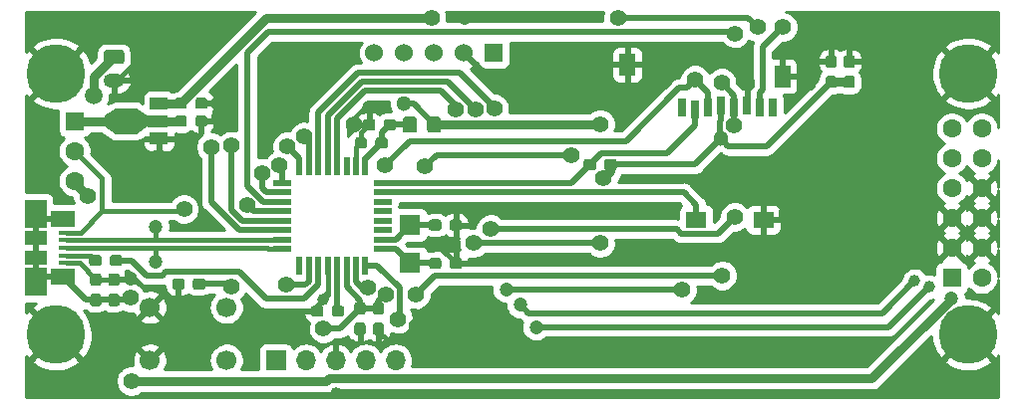
<source format=gtl>
G04 #@! TF.GenerationSoftware,KiCad,Pcbnew,6.0.0-unknown-920f128~86~ubuntu18.04.1*
G04 #@! TF.CreationDate,2019-07-19T16:12:04-04:00*
G04 #@! TF.ProjectId,Femtosat,46656d74-6f73-4617-942e-6b696361645f,rev?*
G04 #@! TF.SameCoordinates,Original*
G04 #@! TF.FileFunction,Copper,L1,Top*
G04 #@! TF.FilePolarity,Positive*
%FSLAX46Y46*%
G04 Gerber Fmt 4.6, Leading zero omitted, Abs format (unit mm)*
G04 Created by KiCad (PCBNEW 6.0.0-unknown-920f128~86~ubuntu18.04.1) date 2019-07-19 16:12:04*
%MOMM*%
%LPD*%
G04 APERTURE LIST*
%ADD10C,1.600000*%
%ADD11R,1.600000X1.600000*%
%ADD12C,5.000000*%
%ADD13C,1.700000*%
%ADD14R,1.900000X1.175000*%
%ADD15R,1.900000X2.375000*%
%ADD16R,2.100000X1.475000*%
%ADD17R,1.380000X0.450000*%
%ADD18C,0.100000*%
%ADD19C,0.950000*%
%ADD20C,1.000000*%
%ADD21R,1.840000X2.200000*%
%ADD22R,1.500000X1.000000*%
%ADD23R,1.800000X1.000000*%
%ADD24C,0.850000*%
%ADD25R,1.800000X1.750000*%
%ADD26C,1.524000*%
%ADD27R,1.524000X1.524000*%
%ADD28R,0.550000X1.600000*%
%ADD29R,1.600000X0.550000*%
%ADD30C,1.150000*%
%ADD31R,1.400000X1.900000*%
%ADD32R,1.800000X1.400000*%
%ADD33R,0.800000X1.500000*%
%ADD34O,1.750000X1.200000*%
%ADD35C,1.200000*%
%ADD36O,1.700000X1.700000*%
%ADD37R,1.700000X1.700000*%
%ADD38C,1.400000*%
%ADD39C,1.500000*%
%ADD40C,1.300000*%
%ADD41C,0.450000*%
%ADD42C,0.550000*%
%ADD43C,0.800000*%
%ADD44C,0.254000*%
G04 APERTURE END LIST*
D10*
X90650000Y-53340000D03*
X90650000Y-50800000D03*
D11*
X90650000Y-48260000D03*
D12*
X89065000Y-66430000D03*
X89065000Y-44200000D03*
X166545000Y-66430000D03*
X166545000Y-44200000D03*
D11*
X165145000Y-61600000D03*
D10*
X167685000Y-61600000D03*
X165145000Y-59060000D03*
X167685000Y-59060000D03*
X165145000Y-56520000D03*
X167685000Y-56520000D03*
X165145000Y-53980000D03*
X167685000Y-53980000D03*
X165145000Y-51440000D03*
X167685000Y-51440000D03*
X165145000Y-48900000D03*
X167685000Y-48900000D03*
D13*
X97050000Y-64100000D03*
X103550000Y-64100000D03*
X97050000Y-68600000D03*
X103550000Y-68600000D03*
D14*
X87350000Y-59890000D03*
X87350000Y-58210000D03*
D15*
X87350000Y-61960000D03*
X87350000Y-56140000D03*
D16*
X89650000Y-61512500D03*
X89650000Y-56587500D03*
D17*
X90010000Y-60350000D03*
X90010000Y-59700000D03*
X90010000Y-59050000D03*
X90010000Y-58400000D03*
X90010000Y-57750000D03*
D18*
G36*
X116778387Y-65418079D02*
G01*
X116855438Y-65469562D01*
X116906921Y-65546613D01*
X116925000Y-65637500D01*
X116925000Y-66212500D01*
X116906921Y-66303387D01*
X116855438Y-66380438D01*
X116778387Y-66431921D01*
X116687500Y-66450000D01*
X116212500Y-66450000D01*
X116121613Y-66431921D01*
X116044562Y-66380438D01*
X115993079Y-66303387D01*
X115975000Y-66212500D01*
X115975000Y-65637500D01*
X115993079Y-65546613D01*
X116044562Y-65469562D01*
X116121613Y-65418079D01*
X116212500Y-65400000D01*
X116687500Y-65400000D01*
X116778387Y-65418079D01*
X116778387Y-65418079D01*
G37*
D19*
X116450000Y-65925000D03*
D18*
G36*
X116778387Y-63668079D02*
G01*
X116855438Y-63719562D01*
X116906921Y-63796613D01*
X116925000Y-63887500D01*
X116925000Y-64462500D01*
X116906921Y-64553387D01*
X116855438Y-64630438D01*
X116778387Y-64681921D01*
X116687500Y-64700000D01*
X116212500Y-64700000D01*
X116121613Y-64681921D01*
X116044562Y-64630438D01*
X115993079Y-64553387D01*
X115975000Y-64462500D01*
X115975000Y-63887500D01*
X115993079Y-63796613D01*
X116044562Y-63719562D01*
X116121613Y-63668079D01*
X116212500Y-63650000D01*
X116687500Y-63650000D01*
X116778387Y-63668079D01*
X116778387Y-63668079D01*
G37*
D19*
X116450000Y-64175000D03*
D20*
X96426200Y-48250000D03*
D18*
G36*
X95926200Y-47150000D02*
G01*
X96926200Y-47850000D01*
X96926200Y-48650000D01*
X95926200Y-49350000D01*
X95926200Y-47150000D01*
X95926200Y-47150000D01*
G37*
D21*
X95016500Y-48250000D03*
D22*
X97830000Y-46750000D03*
D23*
X97683500Y-48250000D03*
D22*
X97830000Y-49750000D03*
D24*
X93683000Y-48250000D03*
D18*
G36*
X94108000Y-49350000D02*
G01*
X93258000Y-48750000D01*
X93258000Y-47750000D01*
X94108000Y-47150000D01*
X94108000Y-49350000D01*
X94108000Y-49350000D01*
G37*
G36*
X134803387Y-51493079D02*
G01*
X134880438Y-51544562D01*
X134931921Y-51621613D01*
X134950000Y-51712500D01*
X134950000Y-52187500D01*
X134931921Y-52278387D01*
X134880438Y-52355438D01*
X134803387Y-52406921D01*
X134712500Y-52425000D01*
X134137500Y-52425000D01*
X134046613Y-52406921D01*
X133969562Y-52355438D01*
X133918079Y-52278387D01*
X133900000Y-52187500D01*
X133900000Y-51712500D01*
X133918079Y-51621613D01*
X133969562Y-51544562D01*
X134046613Y-51493079D01*
X134137500Y-51475000D01*
X134712500Y-51475000D01*
X134803387Y-51493079D01*
X134803387Y-51493079D01*
G37*
D19*
X134425000Y-51950000D03*
D18*
G36*
X136553387Y-51493079D02*
G01*
X136630438Y-51544562D01*
X136681921Y-51621613D01*
X136700000Y-51712500D01*
X136700000Y-52187500D01*
X136681921Y-52278387D01*
X136630438Y-52355438D01*
X136553387Y-52406921D01*
X136462500Y-52425000D01*
X135887500Y-52425000D01*
X135796613Y-52406921D01*
X135719562Y-52355438D01*
X135668079Y-52278387D01*
X135650000Y-52187500D01*
X135650000Y-51712500D01*
X135668079Y-51621613D01*
X135719562Y-51544562D01*
X135796613Y-51493079D01*
X135887500Y-51475000D01*
X136462500Y-51475000D01*
X136553387Y-51493079D01*
X136553387Y-51493079D01*
G37*
D19*
X136175000Y-51950000D03*
D18*
G36*
X92803387Y-59643079D02*
G01*
X92880438Y-59694562D01*
X92931921Y-59771613D01*
X92950000Y-59862500D01*
X92950000Y-60337500D01*
X92931921Y-60428387D01*
X92880438Y-60505438D01*
X92803387Y-60556921D01*
X92712500Y-60575000D01*
X92137500Y-60575000D01*
X92046613Y-60556921D01*
X91969562Y-60505438D01*
X91918079Y-60428387D01*
X91900000Y-60337500D01*
X91900000Y-59862500D01*
X91918079Y-59771613D01*
X91969562Y-59694562D01*
X92046613Y-59643079D01*
X92137500Y-59625000D01*
X92712500Y-59625000D01*
X92803387Y-59643079D01*
X92803387Y-59643079D01*
G37*
D19*
X92425000Y-60100000D03*
D18*
G36*
X94553387Y-59643079D02*
G01*
X94630438Y-59694562D01*
X94681921Y-59771613D01*
X94700000Y-59862500D01*
X94700000Y-60337500D01*
X94681921Y-60428387D01*
X94630438Y-60505438D01*
X94553387Y-60556921D01*
X94462500Y-60575000D01*
X93887500Y-60575000D01*
X93796613Y-60556921D01*
X93719562Y-60505438D01*
X93668079Y-60428387D01*
X93650000Y-60337500D01*
X93650000Y-59862500D01*
X93668079Y-59771613D01*
X93719562Y-59694562D01*
X93796613Y-59643079D01*
X93887500Y-59625000D01*
X94462500Y-59625000D01*
X94553387Y-59643079D01*
X94553387Y-59643079D01*
G37*
D19*
X94175000Y-60100000D03*
D18*
G36*
X92778387Y-61218079D02*
G01*
X92855438Y-61269562D01*
X92906921Y-61346613D01*
X92925000Y-61437500D01*
X92925000Y-62012500D01*
X92906921Y-62103387D01*
X92855438Y-62180438D01*
X92778387Y-62231921D01*
X92687500Y-62250000D01*
X92212500Y-62250000D01*
X92121613Y-62231921D01*
X92044562Y-62180438D01*
X91993079Y-62103387D01*
X91975000Y-62012500D01*
X91975000Y-61437500D01*
X91993079Y-61346613D01*
X92044562Y-61269562D01*
X92121613Y-61218079D01*
X92212500Y-61200000D01*
X92687500Y-61200000D01*
X92778387Y-61218079D01*
X92778387Y-61218079D01*
G37*
D19*
X92450000Y-61725000D03*
D18*
G36*
X92778387Y-62968079D02*
G01*
X92855438Y-63019562D01*
X92906921Y-63096613D01*
X92925000Y-63187500D01*
X92925000Y-63762500D01*
X92906921Y-63853387D01*
X92855438Y-63930438D01*
X92778387Y-63981921D01*
X92687500Y-64000000D01*
X92212500Y-64000000D01*
X92121613Y-63981921D01*
X92044562Y-63930438D01*
X91993079Y-63853387D01*
X91975000Y-63762500D01*
X91975000Y-63187500D01*
X91993079Y-63096613D01*
X92044562Y-63019562D01*
X92121613Y-62968079D01*
X92212500Y-62950000D01*
X92687500Y-62950000D01*
X92778387Y-62968079D01*
X92778387Y-62968079D01*
G37*
D19*
X92450000Y-63475000D03*
D18*
G36*
X94328387Y-61218079D02*
G01*
X94405438Y-61269562D01*
X94456921Y-61346613D01*
X94475000Y-61437500D01*
X94475000Y-62012500D01*
X94456921Y-62103387D01*
X94405438Y-62180438D01*
X94328387Y-62231921D01*
X94237500Y-62250000D01*
X93762500Y-62250000D01*
X93671613Y-62231921D01*
X93594562Y-62180438D01*
X93543079Y-62103387D01*
X93525000Y-62012500D01*
X93525000Y-61437500D01*
X93543079Y-61346613D01*
X93594562Y-61269562D01*
X93671613Y-61218079D01*
X93762500Y-61200000D01*
X94237500Y-61200000D01*
X94328387Y-61218079D01*
X94328387Y-61218079D01*
G37*
D19*
X94000000Y-61725000D03*
D18*
G36*
X94328387Y-62968079D02*
G01*
X94405438Y-63019562D01*
X94456921Y-63096613D01*
X94475000Y-63187500D01*
X94475000Y-63762500D01*
X94456921Y-63853387D01*
X94405438Y-63930438D01*
X94328387Y-63981921D01*
X94237500Y-64000000D01*
X93762500Y-64000000D01*
X93671613Y-63981921D01*
X93594562Y-63930438D01*
X93543079Y-63853387D01*
X93525000Y-63762500D01*
X93525000Y-63187500D01*
X93543079Y-63096613D01*
X93594562Y-63019562D01*
X93671613Y-62968079D01*
X93762500Y-62950000D01*
X94237500Y-62950000D01*
X94328387Y-62968079D01*
X94328387Y-62968079D01*
G37*
D19*
X94000000Y-63475000D03*
D25*
X119150000Y-57100000D03*
X119150000Y-60350000D03*
D26*
X116120000Y-42470000D03*
X118660000Y-42470000D03*
X121200000Y-42470000D03*
X123740000Y-42470000D03*
D27*
X126280000Y-42470000D03*
D28*
X115350000Y-60575000D03*
X114550000Y-60575000D03*
X113750000Y-60575000D03*
X112950000Y-60575000D03*
X112150000Y-60575000D03*
X111350000Y-60575000D03*
X110550000Y-60575000D03*
X109750000Y-60575000D03*
D29*
X108300000Y-59125000D03*
X108300000Y-58325000D03*
X108300000Y-57525000D03*
X108300000Y-56725000D03*
X108300000Y-55925000D03*
X108300000Y-55125000D03*
X108300000Y-54325000D03*
X108300000Y-53525000D03*
D28*
X109750000Y-52075000D03*
X110550000Y-52075000D03*
X111350000Y-52075000D03*
X112150000Y-52075000D03*
X112950000Y-52075000D03*
X113750000Y-52075000D03*
X114550000Y-52075000D03*
X115350000Y-52075000D03*
D29*
X116800000Y-53525000D03*
X116800000Y-54325000D03*
X116800000Y-55125000D03*
X116800000Y-55925000D03*
X116800000Y-56725000D03*
X116800000Y-57525000D03*
X116800000Y-58325000D03*
X116800000Y-59125000D03*
D18*
G36*
X121595671Y-47869030D02*
G01*
X121676777Y-47923223D01*
X121730970Y-48004329D01*
X121750000Y-48099999D01*
X121750000Y-49000001D01*
X121730970Y-49095671D01*
X121676777Y-49176777D01*
X121595671Y-49230970D01*
X121500001Y-49250000D01*
X120849999Y-49250000D01*
X120754329Y-49230970D01*
X120673223Y-49176777D01*
X120619030Y-49095671D01*
X120600000Y-49000001D01*
X120600000Y-48099999D01*
X120619030Y-48004329D01*
X120673223Y-47923223D01*
X120754329Y-47869030D01*
X120849999Y-47850000D01*
X121500001Y-47850000D01*
X121595671Y-47869030D01*
X121595671Y-47869030D01*
G37*
D30*
X121175000Y-48550000D03*
D18*
G36*
X119545671Y-47869030D02*
G01*
X119626777Y-47923223D01*
X119680970Y-48004329D01*
X119700000Y-48099999D01*
X119700000Y-49000001D01*
X119680970Y-49095671D01*
X119626777Y-49176777D01*
X119545671Y-49230970D01*
X119450001Y-49250000D01*
X118799999Y-49250000D01*
X118704329Y-49230970D01*
X118623223Y-49176777D01*
X118569030Y-49095671D01*
X118550000Y-49000001D01*
X118550000Y-48099999D01*
X118569030Y-48004329D01*
X118623223Y-47923223D01*
X118704329Y-47869030D01*
X118799999Y-47850000D01*
X119450001Y-47850000D01*
X119545671Y-47869030D01*
X119545671Y-47869030D01*
G37*
D30*
X119125000Y-48550000D03*
D31*
X150750000Y-44450000D03*
X137600000Y-43450000D03*
D32*
X143450000Y-56650000D03*
X149150000Y-56650000D03*
D33*
X149950000Y-47100000D03*
X148850000Y-47100000D03*
X147750000Y-46900000D03*
X146650000Y-47100000D03*
X145550000Y-46900000D03*
X144450000Y-47100000D03*
X143350000Y-47300000D03*
X142250000Y-47100000D03*
D34*
X94000000Y-44800000D03*
D18*
G36*
X94720671Y-42219030D02*
G01*
X94801777Y-42273223D01*
X94855970Y-42354329D01*
X94875000Y-42449999D01*
X94875000Y-43150001D01*
X94855970Y-43245671D01*
X94801777Y-43326777D01*
X94720671Y-43380970D01*
X94625001Y-43400000D01*
X93374999Y-43400000D01*
X93279329Y-43380970D01*
X93198223Y-43326777D01*
X93144030Y-43245671D01*
X93125000Y-43150001D01*
X93125000Y-42449999D01*
X93144030Y-42354329D01*
X93198223Y-42273223D01*
X93279329Y-42219030D01*
X93374999Y-42200000D01*
X94625001Y-42200000D01*
X94720671Y-42219030D01*
X94720671Y-42219030D01*
G37*
D35*
X94000000Y-42800000D03*
D36*
X117910000Y-68600000D03*
X115370000Y-68600000D03*
X112830000Y-68600000D03*
X110290000Y-68600000D03*
D37*
X107750000Y-68600000D03*
D18*
G36*
X155228387Y-42668079D02*
G01*
X155305438Y-42719562D01*
X155356921Y-42796613D01*
X155375000Y-42887500D01*
X155375000Y-43462500D01*
X155356921Y-43553387D01*
X155305438Y-43630438D01*
X155228387Y-43681921D01*
X155137500Y-43700000D01*
X154662500Y-43700000D01*
X154571613Y-43681921D01*
X154494562Y-43630438D01*
X154443079Y-43553387D01*
X154425000Y-43462500D01*
X154425000Y-42887500D01*
X154443079Y-42796613D01*
X154494562Y-42719562D01*
X154571613Y-42668079D01*
X154662500Y-42650000D01*
X155137500Y-42650000D01*
X155228387Y-42668079D01*
X155228387Y-42668079D01*
G37*
D19*
X154900000Y-43175000D03*
D18*
G36*
X155228387Y-44418079D02*
G01*
X155305438Y-44469562D01*
X155356921Y-44546613D01*
X155375000Y-44637500D01*
X155375000Y-45212500D01*
X155356921Y-45303387D01*
X155305438Y-45380438D01*
X155228387Y-45431921D01*
X155137500Y-45450000D01*
X154662500Y-45450000D01*
X154571613Y-45431921D01*
X154494562Y-45380438D01*
X154443079Y-45303387D01*
X154425000Y-45212500D01*
X154425000Y-44637500D01*
X154443079Y-44546613D01*
X154494562Y-44469562D01*
X154571613Y-44418079D01*
X154662500Y-44400000D01*
X155137500Y-44400000D01*
X155228387Y-44418079D01*
X155228387Y-44418079D01*
G37*
D19*
X154900000Y-44925000D03*
D18*
G36*
X156778387Y-42668079D02*
G01*
X156855438Y-42719562D01*
X156906921Y-42796613D01*
X156925000Y-42887500D01*
X156925000Y-43462500D01*
X156906921Y-43553387D01*
X156855438Y-43630438D01*
X156778387Y-43681921D01*
X156687500Y-43700000D01*
X156212500Y-43700000D01*
X156121613Y-43681921D01*
X156044562Y-43630438D01*
X155993079Y-43553387D01*
X155975000Y-43462500D01*
X155975000Y-42887500D01*
X155993079Y-42796613D01*
X156044562Y-42719562D01*
X156121613Y-42668079D01*
X156212500Y-42650000D01*
X156687500Y-42650000D01*
X156778387Y-42668079D01*
X156778387Y-42668079D01*
G37*
D19*
X156450000Y-43175000D03*
D18*
G36*
X156778387Y-44418079D02*
G01*
X156855438Y-44469562D01*
X156906921Y-44546613D01*
X156925000Y-44637500D01*
X156925000Y-45212500D01*
X156906921Y-45303387D01*
X156855438Y-45380438D01*
X156778387Y-45431921D01*
X156687500Y-45450000D01*
X156212500Y-45450000D01*
X156121613Y-45431921D01*
X156044562Y-45380438D01*
X155993079Y-45303387D01*
X155975000Y-45212500D01*
X155975000Y-44637500D01*
X155993079Y-44546613D01*
X156044562Y-44469562D01*
X156121613Y-44418079D01*
X156212500Y-44400000D01*
X156687500Y-44400000D01*
X156778387Y-44418079D01*
X156778387Y-44418079D01*
G37*
D19*
X156450000Y-44925000D03*
D18*
G36*
X101803387Y-46293079D02*
G01*
X101880438Y-46344562D01*
X101931921Y-46421613D01*
X101950000Y-46512500D01*
X101950000Y-46987500D01*
X101931921Y-47078387D01*
X101880438Y-47155438D01*
X101803387Y-47206921D01*
X101712500Y-47225000D01*
X101137500Y-47225000D01*
X101046613Y-47206921D01*
X100969562Y-47155438D01*
X100918079Y-47078387D01*
X100900000Y-46987500D01*
X100900000Y-46512500D01*
X100918079Y-46421613D01*
X100969562Y-46344562D01*
X101046613Y-46293079D01*
X101137500Y-46275000D01*
X101712500Y-46275000D01*
X101803387Y-46293079D01*
X101803387Y-46293079D01*
G37*
D19*
X101425000Y-46750000D03*
D18*
G36*
X100053387Y-46293079D02*
G01*
X100130438Y-46344562D01*
X100181921Y-46421613D01*
X100200000Y-46512500D01*
X100200000Y-46987500D01*
X100181921Y-47078387D01*
X100130438Y-47155438D01*
X100053387Y-47206921D01*
X99962500Y-47225000D01*
X99387500Y-47225000D01*
X99296613Y-47206921D01*
X99219562Y-47155438D01*
X99168079Y-47078387D01*
X99150000Y-46987500D01*
X99150000Y-46512500D01*
X99168079Y-46421613D01*
X99219562Y-46344562D01*
X99296613Y-46293079D01*
X99387500Y-46275000D01*
X99962500Y-46275000D01*
X100053387Y-46293079D01*
X100053387Y-46293079D01*
G37*
D19*
X99675000Y-46750000D03*
D18*
G36*
X101803387Y-47793079D02*
G01*
X101880438Y-47844562D01*
X101931921Y-47921613D01*
X101950000Y-48012500D01*
X101950000Y-48487500D01*
X101931921Y-48578387D01*
X101880438Y-48655438D01*
X101803387Y-48706921D01*
X101712500Y-48725000D01*
X101137500Y-48725000D01*
X101046613Y-48706921D01*
X100969562Y-48655438D01*
X100918079Y-48578387D01*
X100900000Y-48487500D01*
X100900000Y-48012500D01*
X100918079Y-47921613D01*
X100969562Y-47844562D01*
X101046613Y-47793079D01*
X101137500Y-47775000D01*
X101712500Y-47775000D01*
X101803387Y-47793079D01*
X101803387Y-47793079D01*
G37*
D19*
X101425000Y-48250000D03*
D18*
G36*
X100053387Y-47793079D02*
G01*
X100130438Y-47844562D01*
X100181921Y-47921613D01*
X100200000Y-48012500D01*
X100200000Y-48487500D01*
X100181921Y-48578387D01*
X100130438Y-48655438D01*
X100053387Y-48706921D01*
X99962500Y-48725000D01*
X99387500Y-48725000D01*
X99296613Y-48706921D01*
X99219562Y-48655438D01*
X99168079Y-48578387D01*
X99150000Y-48487500D01*
X99150000Y-48012500D01*
X99168079Y-47921613D01*
X99219562Y-47844562D01*
X99296613Y-47793079D01*
X99387500Y-47775000D01*
X99962500Y-47775000D01*
X100053387Y-47793079D01*
X100053387Y-47793079D01*
G37*
D19*
X99675000Y-48250000D03*
D18*
G36*
X123403387Y-56643079D02*
G01*
X123480438Y-56694562D01*
X123531921Y-56771613D01*
X123550000Y-56862500D01*
X123550000Y-57337500D01*
X123531921Y-57428387D01*
X123480438Y-57505438D01*
X123403387Y-57556921D01*
X123312500Y-57575000D01*
X122737500Y-57575000D01*
X122646613Y-57556921D01*
X122569562Y-57505438D01*
X122518079Y-57428387D01*
X122500000Y-57337500D01*
X122500000Y-56862500D01*
X122518079Y-56771613D01*
X122569562Y-56694562D01*
X122646613Y-56643079D01*
X122737500Y-56625000D01*
X123312500Y-56625000D01*
X123403387Y-56643079D01*
X123403387Y-56643079D01*
G37*
D19*
X123025000Y-57100000D03*
D18*
G36*
X121653387Y-56643079D02*
G01*
X121730438Y-56694562D01*
X121781921Y-56771613D01*
X121800000Y-56862500D01*
X121800000Y-57337500D01*
X121781921Y-57428387D01*
X121730438Y-57505438D01*
X121653387Y-57556921D01*
X121562500Y-57575000D01*
X120987500Y-57575000D01*
X120896613Y-57556921D01*
X120819562Y-57505438D01*
X120768079Y-57428387D01*
X120750000Y-57337500D01*
X120750000Y-56862500D01*
X120768079Y-56771613D01*
X120819562Y-56694562D01*
X120896613Y-56643079D01*
X120987500Y-56625000D01*
X121562500Y-56625000D01*
X121653387Y-56643079D01*
X121653387Y-56643079D01*
G37*
D19*
X121275000Y-57100000D03*
D18*
G36*
X123413387Y-59893079D02*
G01*
X123490438Y-59944562D01*
X123541921Y-60021613D01*
X123560000Y-60112500D01*
X123560000Y-60587500D01*
X123541921Y-60678387D01*
X123490438Y-60755438D01*
X123413387Y-60806921D01*
X123322500Y-60825000D01*
X122747500Y-60825000D01*
X122656613Y-60806921D01*
X122579562Y-60755438D01*
X122528079Y-60678387D01*
X122510000Y-60587500D01*
X122510000Y-60112500D01*
X122528079Y-60021613D01*
X122579562Y-59944562D01*
X122656613Y-59893079D01*
X122747500Y-59875000D01*
X123322500Y-59875000D01*
X123413387Y-59893079D01*
X123413387Y-59893079D01*
G37*
D19*
X123035000Y-60350000D03*
D18*
G36*
X121663387Y-59893079D02*
G01*
X121740438Y-59944562D01*
X121791921Y-60021613D01*
X121810000Y-60112500D01*
X121810000Y-60587500D01*
X121791921Y-60678387D01*
X121740438Y-60755438D01*
X121663387Y-60806921D01*
X121572500Y-60825000D01*
X120997500Y-60825000D01*
X120906613Y-60806921D01*
X120829562Y-60755438D01*
X120778079Y-60678387D01*
X120760000Y-60587500D01*
X120760000Y-60112500D01*
X120778079Y-60021613D01*
X120829562Y-59944562D01*
X120906613Y-59893079D01*
X120997500Y-59875000D01*
X121572500Y-59875000D01*
X121663387Y-59893079D01*
X121663387Y-59893079D01*
G37*
D19*
X121285000Y-60350000D03*
D18*
G36*
X115228387Y-65418079D02*
G01*
X115305438Y-65469562D01*
X115356921Y-65546613D01*
X115375000Y-65637500D01*
X115375000Y-66212500D01*
X115356921Y-66303387D01*
X115305438Y-66380438D01*
X115228387Y-66431921D01*
X115137500Y-66450000D01*
X114662500Y-66450000D01*
X114571613Y-66431921D01*
X114494562Y-66380438D01*
X114443079Y-66303387D01*
X114425000Y-66212500D01*
X114425000Y-65637500D01*
X114443079Y-65546613D01*
X114494562Y-65469562D01*
X114571613Y-65418079D01*
X114662500Y-65400000D01*
X115137500Y-65400000D01*
X115228387Y-65418079D01*
X115228387Y-65418079D01*
G37*
D19*
X114900000Y-65925000D03*
D18*
G36*
X115228387Y-63668079D02*
G01*
X115305438Y-63719562D01*
X115356921Y-63796613D01*
X115375000Y-63887500D01*
X115375000Y-64462500D01*
X115356921Y-64553387D01*
X115305438Y-64630438D01*
X115228387Y-64681921D01*
X115137500Y-64700000D01*
X114662500Y-64700000D01*
X114571613Y-64681921D01*
X114494562Y-64630438D01*
X114443079Y-64553387D01*
X114425000Y-64462500D01*
X114425000Y-63887500D01*
X114443079Y-63796613D01*
X114494562Y-63719562D01*
X114571613Y-63668079D01*
X114662500Y-63650000D01*
X115137500Y-63650000D01*
X115228387Y-63668079D01*
X115228387Y-63668079D01*
G37*
D19*
X114900000Y-64175000D03*
D18*
G36*
X115353387Y-49643079D02*
G01*
X115430438Y-49694562D01*
X115481921Y-49771613D01*
X115500000Y-49862500D01*
X115500000Y-50337500D01*
X115481921Y-50428387D01*
X115430438Y-50505438D01*
X115353387Y-50556921D01*
X115262500Y-50575000D01*
X114687500Y-50575000D01*
X114596613Y-50556921D01*
X114519562Y-50505438D01*
X114468079Y-50428387D01*
X114450000Y-50337500D01*
X114450000Y-49862500D01*
X114468079Y-49771613D01*
X114519562Y-49694562D01*
X114596613Y-49643079D01*
X114687500Y-49625000D01*
X115262500Y-49625000D01*
X115353387Y-49643079D01*
X115353387Y-49643079D01*
G37*
D19*
X114975000Y-50100000D03*
D18*
G36*
X117103387Y-49643079D02*
G01*
X117180438Y-49694562D01*
X117231921Y-49771613D01*
X117250000Y-49862500D01*
X117250000Y-50337500D01*
X117231921Y-50428387D01*
X117180438Y-50505438D01*
X117103387Y-50556921D01*
X117012500Y-50575000D01*
X116437500Y-50575000D01*
X116346613Y-50556921D01*
X116269562Y-50505438D01*
X116218079Y-50428387D01*
X116200000Y-50337500D01*
X116200000Y-49862500D01*
X116218079Y-49771613D01*
X116269562Y-49694562D01*
X116346613Y-49643079D01*
X116437500Y-49625000D01*
X117012500Y-49625000D01*
X117103387Y-49643079D01*
X117103387Y-49643079D01*
G37*
D19*
X116725000Y-50100000D03*
D18*
G36*
X116053387Y-48093079D02*
G01*
X116130438Y-48144562D01*
X116181921Y-48221613D01*
X116200000Y-48312500D01*
X116200000Y-48787500D01*
X116181921Y-48878387D01*
X116130438Y-48955438D01*
X116053387Y-49006921D01*
X115962500Y-49025000D01*
X115387500Y-49025000D01*
X115296613Y-49006921D01*
X115219562Y-48955438D01*
X115168079Y-48878387D01*
X115150000Y-48787500D01*
X115150000Y-48312500D01*
X115168079Y-48221613D01*
X115219562Y-48144562D01*
X115296613Y-48093079D01*
X115387500Y-48075000D01*
X115962500Y-48075000D01*
X116053387Y-48093079D01*
X116053387Y-48093079D01*
G37*
D19*
X115675000Y-48550000D03*
D18*
G36*
X117803387Y-48093079D02*
G01*
X117880438Y-48144562D01*
X117931921Y-48221613D01*
X117950000Y-48312500D01*
X117950000Y-48787500D01*
X117931921Y-48878387D01*
X117880438Y-48955438D01*
X117803387Y-49006921D01*
X117712500Y-49025000D01*
X117137500Y-49025000D01*
X117046613Y-49006921D01*
X116969562Y-48955438D01*
X116918079Y-48878387D01*
X116900000Y-48787500D01*
X116900000Y-48312500D01*
X116918079Y-48221613D01*
X116969562Y-48144562D01*
X117046613Y-48093079D01*
X117137500Y-48075000D01*
X117712500Y-48075000D01*
X117803387Y-48093079D01*
X117803387Y-48093079D01*
G37*
D19*
X117425000Y-48550000D03*
D18*
G36*
X99853387Y-61643079D02*
G01*
X99930438Y-61694562D01*
X99981921Y-61771613D01*
X100000000Y-61862500D01*
X100000000Y-62337500D01*
X99981921Y-62428387D01*
X99930438Y-62505438D01*
X99853387Y-62556921D01*
X99762500Y-62575000D01*
X99187500Y-62575000D01*
X99096613Y-62556921D01*
X99019562Y-62505438D01*
X98968079Y-62428387D01*
X98950000Y-62337500D01*
X98950000Y-61862500D01*
X98968079Y-61771613D01*
X99019562Y-61694562D01*
X99096613Y-61643079D01*
X99187500Y-61625000D01*
X99762500Y-61625000D01*
X99853387Y-61643079D01*
X99853387Y-61643079D01*
G37*
D19*
X99475000Y-62100000D03*
D18*
G36*
X101603387Y-61643079D02*
G01*
X101680438Y-61694562D01*
X101731921Y-61771613D01*
X101750000Y-61862500D01*
X101750000Y-62337500D01*
X101731921Y-62428387D01*
X101680438Y-62505438D01*
X101603387Y-62556921D01*
X101512500Y-62575000D01*
X100937500Y-62575000D01*
X100846613Y-62556921D01*
X100769562Y-62505438D01*
X100718079Y-62428387D01*
X100700000Y-62337500D01*
X100700000Y-61862500D01*
X100718079Y-61771613D01*
X100769562Y-61694562D01*
X100846613Y-61643079D01*
X100937500Y-61625000D01*
X101512500Y-61625000D01*
X101603387Y-61643079D01*
X101603387Y-61643079D01*
G37*
D19*
X101225000Y-62100000D03*
D18*
G36*
X111653387Y-63943079D02*
G01*
X111730438Y-63994562D01*
X111781921Y-64071613D01*
X111800000Y-64162500D01*
X111800000Y-64637500D01*
X111781921Y-64728387D01*
X111730438Y-64805438D01*
X111653387Y-64856921D01*
X111562500Y-64875000D01*
X110987500Y-64875000D01*
X110896613Y-64856921D01*
X110819562Y-64805438D01*
X110768079Y-64728387D01*
X110750000Y-64637500D01*
X110750000Y-64162500D01*
X110768079Y-64071613D01*
X110819562Y-63994562D01*
X110896613Y-63943079D01*
X110987500Y-63925000D01*
X111562500Y-63925000D01*
X111653387Y-63943079D01*
X111653387Y-63943079D01*
G37*
D19*
X111275000Y-64400000D03*
D18*
G36*
X113403387Y-63943079D02*
G01*
X113480438Y-63994562D01*
X113531921Y-64071613D01*
X113550000Y-64162500D01*
X113550000Y-64637500D01*
X113531921Y-64728387D01*
X113480438Y-64805438D01*
X113403387Y-64856921D01*
X113312500Y-64875000D01*
X112737500Y-64875000D01*
X112646613Y-64856921D01*
X112569562Y-64805438D01*
X112518079Y-64728387D01*
X112500000Y-64637500D01*
X112500000Y-64162500D01*
X112518079Y-64071613D01*
X112569562Y-63994562D01*
X112646613Y-63943079D01*
X112737500Y-63925000D01*
X113312500Y-63925000D01*
X113403387Y-63943079D01*
X113403387Y-63943079D01*
G37*
D19*
X113025000Y-64400000D03*
D38*
X107350000Y-42925000D03*
X109425000Y-47625000D03*
X99500000Y-64675000D03*
X102950000Y-48050000D03*
X104005851Y-50355851D03*
X102250000Y-50450000D03*
D39*
X92300000Y-46100000D03*
D35*
X95400000Y-61700000D03*
D38*
X104000000Y-62350000D03*
D35*
X97550000Y-60200000D03*
X97550000Y-57250000D03*
D20*
X112850000Y-71425000D03*
D38*
X108600000Y-62200000D03*
X111800000Y-65900000D03*
X119750000Y-65700000D03*
X120550000Y-67650000D03*
X95400000Y-63300003D03*
X97800000Y-51300000D03*
X102950000Y-46750000D03*
X120950000Y-39500000D03*
X150800000Y-61450000D03*
X150850000Y-62950000D03*
X151150000Y-56200000D03*
X153100000Y-40150000D03*
D35*
X123750000Y-39500000D03*
D38*
X143350000Y-44750000D03*
X145600000Y-45000000D03*
X152950000Y-45100000D03*
X135700000Y-43400000D03*
X147750000Y-45100000D03*
X135300000Y-48500000D03*
X135550000Y-53150000D03*
X155100000Y-41450000D03*
X156800000Y-41600000D03*
X114350000Y-48550000D03*
D35*
X115650000Y-47100000D03*
D38*
X115600000Y-62400000D03*
D20*
X111740919Y-63456457D03*
D38*
X117070634Y-63030271D03*
X118150000Y-65100000D03*
X119650000Y-63000000D03*
X145650000Y-61400000D03*
X110175000Y-49562464D03*
X108050000Y-52050000D03*
X105301312Y-55398688D03*
X124550000Y-58650000D03*
X135300000Y-58650000D03*
X121100000Y-58750000D03*
X122750000Y-58750000D03*
X106568250Y-52653676D03*
X146750000Y-40800000D03*
X126000000Y-57450000D03*
X150800000Y-40250000D03*
X117000000Y-52050000D03*
X146725000Y-56400000D03*
X146650000Y-48650000D03*
D40*
X145525000Y-49750000D03*
D35*
X127300000Y-62575000D03*
D38*
X142250000Y-62600000D03*
D35*
X128500000Y-63900000D03*
X129850000Y-65774999D03*
D38*
X108700000Y-50400000D03*
X120400000Y-52100000D03*
X132800000Y-51125000D03*
X136800000Y-39450000D03*
X148650000Y-40250000D03*
X123000000Y-47250000D03*
X124680851Y-47230851D03*
X126300000Y-47200000D03*
D40*
X118650000Y-46799999D03*
D38*
X157900000Y-62050000D03*
X157950000Y-55600000D03*
X155300000Y-61550000D03*
X160650000Y-60400000D03*
X160550000Y-57350000D03*
X155450000Y-56200000D03*
X99950000Y-55750000D03*
X91800000Y-54650000D03*
X157900000Y-67450000D03*
X149050000Y-67550000D03*
X96200000Y-39950000D03*
X102950000Y-40300000D03*
X95400000Y-53600000D03*
X122750000Y-63600000D03*
X130400000Y-43400000D03*
X128100000Y-45550000D03*
X95475000Y-70375000D03*
D20*
X162000000Y-61850000D03*
X163200000Y-62380086D03*
D35*
X165140922Y-63333457D03*
D41*
X109425000Y-45000000D02*
X107350000Y-42925000D01*
X109425000Y-47625000D02*
X109425000Y-45000000D01*
X99475000Y-64650000D02*
X99500000Y-64675000D01*
X99475000Y-62100000D02*
X99475000Y-64650000D01*
X102750000Y-48250000D02*
X102950000Y-48050000D01*
X101425000Y-48250000D02*
X102750000Y-48250000D01*
D42*
X104888622Y-56725000D02*
X104005851Y-55842229D01*
X108300000Y-56725000D02*
X104888622Y-56725000D01*
X104005851Y-55842229D02*
X104005851Y-50355851D01*
X104627948Y-57525000D02*
X102250000Y-55147052D01*
X108300000Y-57525000D02*
X104627948Y-57525000D01*
X102250000Y-55147052D02*
X102250000Y-50450000D01*
D41*
X107099999Y-58325000D02*
X108300000Y-58325000D01*
X107099999Y-59125000D02*
X108300000Y-59125000D01*
X107024999Y-58400000D02*
X107099999Y-58325000D01*
X107024999Y-59050000D02*
X107099999Y-59125000D01*
D43*
X95006500Y-48260000D02*
X95016500Y-48250000D01*
X95016500Y-48250000D02*
X97683500Y-48250000D01*
X97683500Y-48250000D02*
X99675000Y-48250000D01*
X99675000Y-46750000D02*
X97830000Y-46750000D01*
D41*
X90010000Y-59050000D02*
X95950000Y-59050000D01*
X90010000Y-58400000D02*
X96000000Y-58400000D01*
X92025000Y-59700000D02*
X92425000Y-60100000D01*
X90010000Y-59700000D02*
X92025000Y-59700000D01*
D42*
X94000000Y-63475000D02*
X92450000Y-63475000D01*
X87797500Y-56587500D02*
X87350000Y-56140000D01*
X89650000Y-56587500D02*
X87797500Y-56587500D01*
X87350000Y-56140000D02*
X87350000Y-58210000D01*
X87350000Y-58210000D02*
X87350000Y-59890000D01*
X87350000Y-59890000D02*
X87350000Y-61960000D01*
X87797500Y-61512500D02*
X87350000Y-61960000D01*
X89650000Y-61512500D02*
X87797500Y-61512500D01*
X91612500Y-63475000D02*
X89650000Y-61512500D01*
X92450000Y-63475000D02*
X91612500Y-63475000D01*
D41*
X91075000Y-60350000D02*
X92450000Y-61725000D01*
X90010000Y-60350000D02*
X91075000Y-60350000D01*
X92450000Y-61725000D02*
X94000000Y-61725000D01*
X94000000Y-61725000D02*
X95375000Y-61725000D01*
X95375000Y-61725000D02*
X95400000Y-61700000D01*
D42*
X101225000Y-62100000D02*
X103750000Y-62100000D01*
X103750000Y-62100000D02*
X104000000Y-62350000D01*
D41*
X97550000Y-59100000D02*
X97550000Y-60200000D01*
X97600000Y-59050000D02*
X97550000Y-59100000D01*
X97600000Y-59050000D02*
X107024999Y-59050000D01*
X95950000Y-59050000D02*
X97600000Y-59050000D01*
X97600000Y-58400000D02*
X107024999Y-58400000D01*
X96000000Y-58400000D02*
X97600000Y-58400000D01*
X97550000Y-58350000D02*
X97600000Y-58400000D01*
X97550000Y-57250000D02*
X97550000Y-58350000D01*
D42*
X110275000Y-62200000D02*
X108600000Y-62200000D01*
X110550000Y-60575000D02*
X110550000Y-61925000D01*
X110550000Y-61925000D02*
X110275000Y-62200000D01*
X95225003Y-63475000D02*
X95400000Y-63300003D01*
X94000000Y-63475000D02*
X95225003Y-63475000D01*
X117925000Y-59125000D02*
X119150000Y-60350000D01*
X116800000Y-59125000D02*
X117925000Y-59125000D01*
X117925000Y-58325000D02*
X119150000Y-57100000D01*
X116800000Y-58325000D02*
X117925000Y-58325000D01*
X119150000Y-60350000D02*
X121285000Y-60350000D01*
X119150000Y-57100000D02*
X121275000Y-57100000D01*
X115350000Y-51475000D02*
X116725000Y-50100000D01*
X115350000Y-52075000D02*
X115350000Y-51475000D01*
D41*
X114550000Y-50525000D02*
X114975000Y-50100000D01*
X114550000Y-52075000D02*
X114550000Y-50525000D01*
D42*
X116725000Y-49250000D02*
X117425000Y-48550000D01*
X116725000Y-50100000D02*
X116725000Y-49250000D01*
X117425000Y-48550000D02*
X119125000Y-48550000D01*
D41*
X114975000Y-49250000D02*
X115675000Y-48550000D01*
X114975000Y-50100000D02*
X114975000Y-49250000D01*
X97830000Y-49750000D02*
X97830000Y-51270000D01*
X97830000Y-51270000D02*
X97800000Y-51300000D01*
X101425000Y-46750000D02*
X102950000Y-46750000D01*
D43*
X99675000Y-46750000D02*
X106925000Y-39500000D01*
X106925000Y-39500000D02*
X120950000Y-39500000D01*
D42*
X144450000Y-45850000D02*
X144450000Y-47100000D01*
X143350000Y-44750000D02*
X144450000Y-45850000D01*
X146650000Y-46050000D02*
X146650000Y-47100000D01*
X145600000Y-45000000D02*
X146650000Y-46050000D01*
D41*
X150750000Y-44450000D02*
X152300000Y-44450000D01*
X152300000Y-44450000D02*
X152950000Y-45100000D01*
X137600000Y-43450000D02*
X135750000Y-43450000D01*
X135750000Y-43450000D02*
X135700000Y-43400000D01*
X147750000Y-46900000D02*
X147750000Y-45100000D01*
D42*
X143450000Y-55400000D02*
X143450000Y-56650000D01*
X142375000Y-54325000D02*
X143450000Y-55400000D01*
X116800000Y-54325000D02*
X142375000Y-54325000D01*
X140950010Y-50999990D02*
X143350000Y-48600000D01*
X135375010Y-50999990D02*
X140950010Y-50999990D01*
X143350000Y-48600000D02*
X143350000Y-47300000D01*
X134425000Y-51950000D02*
X135375010Y-50999990D01*
X132850000Y-53525000D02*
X134425000Y-51950000D01*
X116800000Y-53525000D02*
X132850000Y-53525000D01*
D43*
X121175000Y-48550000D02*
X135250000Y-48550000D01*
X135250000Y-48550000D02*
X135300000Y-48500000D01*
X136175000Y-52525000D02*
X135550000Y-53150000D01*
X136175000Y-51950000D02*
X136175000Y-52525000D01*
X154900000Y-44925000D02*
X156450000Y-44925000D01*
D41*
X154900000Y-43175000D02*
X154900000Y-41650000D01*
X154900000Y-41650000D02*
X155100000Y-41450000D01*
X156450000Y-43175000D02*
X156450000Y-41950000D01*
X156450000Y-41950000D02*
X156800000Y-41600000D01*
X115675000Y-48550000D02*
X114350000Y-48550000D01*
X115675000Y-48550000D02*
X115675000Y-47125000D01*
X115675000Y-47125000D02*
X115650000Y-47100000D01*
D42*
X96814003Y-61375001D02*
X95539002Y-60100000D01*
X94800000Y-60100000D02*
X94175000Y-60100000D01*
X98114001Y-61375001D02*
X96814003Y-61375001D01*
X98414003Y-61074999D02*
X98114001Y-61375001D01*
X95539002Y-60100000D02*
X94800000Y-60100000D01*
X104612001Y-61074999D02*
X98414003Y-61074999D01*
X106912003Y-63375001D02*
X104612001Y-61074999D01*
X110160673Y-63375001D02*
X106912003Y-63375001D01*
X111350000Y-62185674D02*
X110160673Y-63375001D01*
X111350000Y-60575000D02*
X111350000Y-62185674D01*
X114550000Y-61925000D02*
X115025000Y-62400000D01*
X115025000Y-62400000D02*
X115600000Y-62400000D01*
X114550000Y-60575000D02*
X114550000Y-61925000D01*
X114900000Y-64175000D02*
X116450000Y-64175000D01*
X113750000Y-60575000D02*
X113750000Y-62350324D01*
X114900000Y-63500324D02*
X114900000Y-64175000D01*
X113750000Y-62350324D02*
X114900000Y-63500324D01*
D41*
X119560051Y-67650000D02*
X120550000Y-67650000D01*
X118935052Y-67025001D02*
X119560051Y-67650000D01*
X117359999Y-67025001D02*
X118935052Y-67025001D01*
X116450000Y-66115002D02*
X117359999Y-67025001D01*
X116450000Y-65925000D02*
X116450000Y-66115002D01*
D42*
X114405188Y-64699730D02*
X114405188Y-64669812D01*
X113204918Y-65900000D02*
X114405188Y-64699730D01*
X114405188Y-64669812D02*
X114900000Y-64175000D01*
X111800000Y-65900000D02*
X113204918Y-65900000D01*
X112950000Y-64325000D02*
X113025000Y-64400000D01*
X112950000Y-60575000D02*
X112950000Y-64325000D01*
D41*
X112150000Y-60575000D02*
X112150000Y-63047376D01*
X112150000Y-63047376D02*
X111740919Y-63456457D01*
X111275000Y-63922376D02*
X111740919Y-63456457D01*
X111275000Y-64400000D02*
X111275000Y-63922376D01*
D42*
X116450000Y-64175000D02*
X116450000Y-63650905D01*
X116450000Y-63650905D02*
X117070634Y-63030271D01*
X118245635Y-65004365D02*
X118150000Y-65100000D01*
X118245635Y-62466270D02*
X118245635Y-65004365D01*
X115350000Y-60575000D02*
X116354365Y-60575000D01*
X116354365Y-60575000D02*
X118245635Y-62466270D01*
X119650000Y-63000000D02*
X121250000Y-61400000D01*
X121250000Y-61400000D02*
X145650000Y-61400000D01*
D41*
X150700000Y-56650000D02*
X151150000Y-56200000D01*
X149150000Y-56650000D02*
X150700000Y-56650000D01*
D42*
X110550000Y-52075000D02*
X110550000Y-49937464D01*
X110550000Y-49937464D02*
X110175000Y-49562464D01*
X108300000Y-53525000D02*
X108300000Y-52300000D01*
X108300000Y-52300000D02*
X108050000Y-52050000D01*
X108300000Y-55925000D02*
X105827624Y-55925000D01*
X105827624Y-55925000D02*
X105301312Y-55398688D01*
X124550000Y-58650000D02*
X135300000Y-58650000D01*
D41*
X123035000Y-60350000D02*
X121435000Y-58750000D01*
X121435000Y-58750000D02*
X121100000Y-58750000D01*
X123025000Y-57100000D02*
X123025000Y-58475000D01*
X123025000Y-58475000D02*
X122750000Y-58750000D01*
D42*
X106568250Y-53943250D02*
X106568250Y-52653676D01*
X108300000Y-54325000D02*
X106950000Y-54325000D01*
X106950000Y-54325000D02*
X106568250Y-53943250D01*
X105325001Y-53760675D02*
X105325001Y-42424999D01*
X108300000Y-55125000D02*
X106689326Y-55125000D01*
X106689326Y-55125000D02*
X105325001Y-53760675D01*
X107074999Y-40675001D02*
X137475001Y-40675001D01*
X105325001Y-42424999D02*
X107074999Y-40675001D01*
X137475001Y-40675001D02*
X146625001Y-40675001D01*
X146625001Y-40675001D02*
X146750000Y-40800000D01*
X148850000Y-45800000D02*
X148850000Y-47100000D01*
X149074999Y-45575001D02*
X148850000Y-45800000D01*
X149074999Y-41975001D02*
X149074999Y-45575001D01*
X150800000Y-40250000D02*
X149074999Y-41975001D01*
X137471672Y-49950000D02*
X119100000Y-49950000D01*
X141971673Y-45449999D02*
X137471672Y-49950000D01*
X143350000Y-44750000D02*
X142650001Y-45449999D01*
X119100000Y-49950000D02*
X117000000Y-52050000D01*
X142650001Y-45449999D02*
X141971673Y-45449999D01*
X146650000Y-47100000D02*
X146725000Y-47175000D01*
X146025001Y-57099999D02*
X146725000Y-56400000D01*
X145299999Y-57825001D02*
X146025001Y-57099999D01*
X142169999Y-57825001D02*
X145299999Y-57825001D01*
X141794998Y-57450000D02*
X142169999Y-57825001D01*
X126000000Y-57450000D02*
X141794998Y-57450000D01*
X146650000Y-47100000D02*
X146650000Y-48650000D01*
X145474999Y-49699999D02*
X145525000Y-49750000D01*
X145550000Y-46900000D02*
X145550000Y-48200000D01*
X145474999Y-48275001D02*
X145474999Y-49699999D01*
X145550000Y-48200000D02*
X145474999Y-48275001D01*
X143325000Y-51950000D02*
X145525000Y-49750000D01*
X136175000Y-51950000D02*
X143325000Y-51950000D01*
X154405188Y-45419812D02*
X154900000Y-44925000D01*
X149425001Y-50399999D02*
X154405188Y-45419812D01*
X146174999Y-50399999D02*
X149425001Y-50399999D01*
X145525000Y-49750000D02*
X146174999Y-50399999D01*
X127300000Y-62575000D02*
X142225000Y-62575000D01*
X142225000Y-62575000D02*
X142250000Y-62600000D01*
X159250001Y-64599999D02*
X162000000Y-61850000D01*
X128500000Y-63900000D02*
X129199999Y-64599999D01*
X129199999Y-64599999D02*
X159250001Y-64599999D01*
X109750000Y-52075000D02*
X109750000Y-51450000D01*
X109750000Y-51450000D02*
X108700000Y-50400000D01*
X120400000Y-52100000D02*
X121375000Y-51125000D01*
X121375000Y-51125000D02*
X132800000Y-51125000D01*
X136800000Y-39450000D02*
X147850000Y-39450000D01*
X147850000Y-39450000D02*
X148650000Y-40250000D01*
X123000000Y-46960998D02*
X123000000Y-47250000D01*
X121714001Y-45674999D02*
X123000000Y-46960998D01*
X115335999Y-45674999D02*
X121714001Y-45674999D01*
X112950000Y-52075000D02*
X112950000Y-48060998D01*
X112950000Y-48060998D02*
X115335999Y-45674999D01*
X122374989Y-44924989D02*
X124680851Y-47230851D01*
X115025335Y-44924989D02*
X122374989Y-44924989D01*
X112150000Y-52075000D02*
X112150000Y-47800324D01*
X112150000Y-47800324D02*
X115025335Y-44924989D01*
X126300000Y-47110998D02*
X126300000Y-47200000D01*
X123363981Y-44174979D02*
X126300000Y-47110998D01*
X114714671Y-44174979D02*
X123363981Y-44174979D01*
X111350000Y-52075000D02*
X111350000Y-47539650D01*
X111350000Y-47539650D02*
X114714671Y-44174979D01*
X119424999Y-46799999D02*
X121175000Y-48550000D01*
X118650000Y-46799999D02*
X119424999Y-46799999D01*
D43*
X92300000Y-44500000D02*
X92300000Y-46100000D01*
X94000000Y-42800000D02*
X92300000Y-44500000D01*
D41*
X93000000Y-55900000D02*
X99800000Y-55900000D01*
X91150000Y-57750000D02*
X93000000Y-55900000D01*
X99800000Y-55900000D02*
X99950000Y-55750000D01*
X90010000Y-57750000D02*
X91150000Y-57750000D01*
D43*
X90660000Y-48250000D02*
X90650000Y-48260000D01*
X93683000Y-48250000D02*
X90660000Y-48250000D01*
X95016500Y-48250000D02*
X93683000Y-48250000D01*
D41*
X93000000Y-53150000D02*
X93000000Y-55900000D01*
X90650000Y-50800000D02*
X93000000Y-53150000D01*
D43*
X90650000Y-53340000D02*
X90650000Y-53500000D01*
X90650000Y-53500000D02*
X91800000Y-54650000D01*
D41*
X96200000Y-42875000D02*
X96200000Y-39950000D01*
X94000000Y-44800000D02*
X94275000Y-44800000D01*
X94275000Y-44800000D02*
X96200000Y-42875000D01*
X135700000Y-43400000D02*
X130400000Y-43400000D01*
X123740000Y-42470000D02*
X126820000Y-45550000D01*
X126820000Y-45550000D02*
X128100000Y-45550000D01*
D43*
X158362451Y-70124999D02*
X165145000Y-63342450D01*
X112225999Y-70124999D02*
X158362451Y-70124999D01*
X111975998Y-70375000D02*
X112225999Y-70124999D01*
X95475000Y-70375000D02*
X111975998Y-70375000D01*
D42*
X129850000Y-65774999D02*
X159774999Y-65774999D01*
X159774999Y-65774999D02*
X163200000Y-62349998D01*
X163200000Y-62349998D02*
X163265679Y-62349998D01*
X163265679Y-62349998D02*
X163295767Y-62380086D01*
D44*
G36*
X104416001Y-49081779D02*
G01*
X104164800Y-49022861D01*
X103865529Y-49020771D01*
X103573231Y-49085037D01*
X103302435Y-49212464D01*
X103067831Y-49395758D01*
X102969312Y-49316547D01*
X102700321Y-49185350D01*
X102408949Y-49117010D01*
X102316190Y-49116362D01*
X102450750Y-48961071D01*
X102554854Y-48733112D01*
X102605913Y-48378000D01*
X101553000Y-48378000D01*
X101553000Y-49303594D01*
X101546584Y-49306613D01*
X101310749Y-49490868D01*
X101121595Y-49722793D01*
X100988525Y-49990861D01*
X100918153Y-50281749D01*
X100913974Y-50580999D01*
X100976198Y-50873738D01*
X101101730Y-51145417D01*
X101284335Y-51382533D01*
X101341001Y-51429411D01*
X101341000Y-55126877D01*
X101336535Y-55233399D01*
X101355181Y-55312896D01*
X101366262Y-55393796D01*
X101383498Y-55433624D01*
X101394485Y-55480473D01*
X101422316Y-55523329D01*
X101465171Y-55622360D01*
X101621902Y-55815908D01*
X101661426Y-55843996D01*
X103358429Y-57541000D01*
X98749308Y-57541000D01*
X98781606Y-57413829D01*
X98784277Y-57107691D01*
X98718210Y-56827114D01*
X98684175Y-56759000D01*
X99076767Y-56759000D01*
X99214933Y-56873301D01*
X99482066Y-57008238D01*
X99772454Y-57080640D01*
X100071668Y-57086908D01*
X100364834Y-57026730D01*
X100637383Y-56903097D01*
X100875768Y-56722152D01*
X101068141Y-56492892D01*
X101204941Y-56226707D01*
X101279590Y-55935967D01*
X101284265Y-55601230D01*
X101217763Y-55308519D01*
X101088448Y-55038618D01*
X100902551Y-54804075D01*
X100669312Y-54616547D01*
X100400321Y-54485350D01*
X100108949Y-54417010D01*
X99809678Y-54414920D01*
X99517380Y-54479186D01*
X99246584Y-54606613D01*
X99010749Y-54790868D01*
X98821595Y-55022793D01*
X98812557Y-55041000D01*
X93859000Y-55041000D01*
X93859000Y-53246231D01*
X93865027Y-53219597D01*
X93859000Y-53122459D01*
X93859000Y-53088395D01*
X93855272Y-53062365D01*
X93849791Y-52974015D01*
X93837904Y-52941090D01*
X93832941Y-52906432D01*
X93796299Y-52825843D01*
X93766108Y-52742213D01*
X93745792Y-52714757D01*
X93731099Y-52682442D01*
X93665832Y-52606697D01*
X93649687Y-52584877D01*
X93630495Y-52565686D01*
X93570484Y-52496040D01*
X93543098Y-52478289D01*
X92069950Y-51005142D01*
X92084000Y-50925459D01*
X92084000Y-50674541D01*
X92040429Y-50427436D01*
X91954609Y-50191651D01*
X91829150Y-49974349D01*
X91667864Y-49782136D01*
X91546613Y-49680394D01*
X91767512Y-49621205D01*
X91943165Y-49473815D01*
X92052754Y-49284000D01*
X92901520Y-49284000D01*
X93666727Y-49824145D01*
X93682684Y-49843164D01*
X93876314Y-49954956D01*
X93958144Y-49969385D01*
X93993239Y-49984000D01*
X94041029Y-49984000D01*
X94085476Y-49991837D01*
X95953089Y-49991837D01*
X95996116Y-49980307D01*
X96092736Y-49971868D01*
X96180777Y-49930829D01*
X96254012Y-49911205D01*
X96293584Y-49878000D01*
X96438163Y-49878000D01*
X96438163Y-50266588D01*
X96518795Y-50567512D01*
X96666185Y-50743165D01*
X96859814Y-50854956D01*
X97068976Y-50891837D01*
X97702000Y-50891837D01*
X97702000Y-49878000D01*
X97958000Y-49878000D01*
X97958000Y-50891837D01*
X98596588Y-50891837D01*
X98897512Y-50811205D01*
X99073165Y-50663815D01*
X99184956Y-50470186D01*
X99221837Y-50261024D01*
X99221837Y-49878000D01*
X97958000Y-49878000D01*
X97702000Y-49878000D01*
X96438163Y-49878000D01*
X96293584Y-49878000D01*
X96305861Y-49867699D01*
X96656859Y-49622000D01*
X99221837Y-49622000D01*
X99221837Y-49341349D01*
X99380930Y-49364224D01*
X99973604Y-49364224D01*
X100321931Y-49288450D01*
X100536638Y-49150467D01*
X100553967Y-49130468D01*
X100663929Y-49225750D01*
X100891888Y-49329854D01*
X101130930Y-49364224D01*
X101297000Y-49364224D01*
X101297000Y-48122000D01*
X102615459Y-48122000D01*
X102513450Y-47653070D01*
X102415905Y-47501285D01*
X102450750Y-47461071D01*
X102554854Y-47233112D01*
X102605913Y-46878000D01*
X101297000Y-46878000D01*
X101297000Y-46622000D01*
X102615459Y-46622000D01*
X102513450Y-46153070D01*
X102375467Y-45938362D01*
X102186071Y-45774250D01*
X102135940Y-45751356D01*
X104416002Y-43471294D01*
X104416001Y-49081779D01*
X104416001Y-49081779D01*
G37*
X104416001Y-49081779D02*
X104164800Y-49022861D01*
X103865529Y-49020771D01*
X103573231Y-49085037D01*
X103302435Y-49212464D01*
X103067831Y-49395758D01*
X102969312Y-49316547D01*
X102700321Y-49185350D01*
X102408949Y-49117010D01*
X102316190Y-49116362D01*
X102450750Y-48961071D01*
X102554854Y-48733112D01*
X102605913Y-48378000D01*
X101553000Y-48378000D01*
X101553000Y-49303594D01*
X101546584Y-49306613D01*
X101310749Y-49490868D01*
X101121595Y-49722793D01*
X100988525Y-49990861D01*
X100918153Y-50281749D01*
X100913974Y-50580999D01*
X100976198Y-50873738D01*
X101101730Y-51145417D01*
X101284335Y-51382533D01*
X101341001Y-51429411D01*
X101341000Y-55126877D01*
X101336535Y-55233399D01*
X101355181Y-55312896D01*
X101366262Y-55393796D01*
X101383498Y-55433624D01*
X101394485Y-55480473D01*
X101422316Y-55523329D01*
X101465171Y-55622360D01*
X101621902Y-55815908D01*
X101661426Y-55843996D01*
X103358429Y-57541000D01*
X98749308Y-57541000D01*
X98781606Y-57413829D01*
X98784277Y-57107691D01*
X98718210Y-56827114D01*
X98684175Y-56759000D01*
X99076767Y-56759000D01*
X99214933Y-56873301D01*
X99482066Y-57008238D01*
X99772454Y-57080640D01*
X100071668Y-57086908D01*
X100364834Y-57026730D01*
X100637383Y-56903097D01*
X100875768Y-56722152D01*
X101068141Y-56492892D01*
X101204941Y-56226707D01*
X101279590Y-55935967D01*
X101284265Y-55601230D01*
X101217763Y-55308519D01*
X101088448Y-55038618D01*
X100902551Y-54804075D01*
X100669312Y-54616547D01*
X100400321Y-54485350D01*
X100108949Y-54417010D01*
X99809678Y-54414920D01*
X99517380Y-54479186D01*
X99246584Y-54606613D01*
X99010749Y-54790868D01*
X98821595Y-55022793D01*
X98812557Y-55041000D01*
X93859000Y-55041000D01*
X93859000Y-53246231D01*
X93865027Y-53219597D01*
X93859000Y-53122459D01*
X93859000Y-53088395D01*
X93855272Y-53062365D01*
X93849791Y-52974015D01*
X93837904Y-52941090D01*
X93832941Y-52906432D01*
X93796299Y-52825843D01*
X93766108Y-52742213D01*
X93745792Y-52714757D01*
X93731099Y-52682442D01*
X93665832Y-52606697D01*
X93649687Y-52584877D01*
X93630495Y-52565686D01*
X93570484Y-52496040D01*
X93543098Y-52478289D01*
X92069950Y-51005142D01*
X92084000Y-50925459D01*
X92084000Y-50674541D01*
X92040429Y-50427436D01*
X91954609Y-50191651D01*
X91829150Y-49974349D01*
X91667864Y-49782136D01*
X91546613Y-49680394D01*
X91767512Y-49621205D01*
X91943165Y-49473815D01*
X92052754Y-49284000D01*
X92901520Y-49284000D01*
X93666727Y-49824145D01*
X93682684Y-49843164D01*
X93876314Y-49954956D01*
X93958144Y-49969385D01*
X93993239Y-49984000D01*
X94041029Y-49984000D01*
X94085476Y-49991837D01*
X95953089Y-49991837D01*
X95996116Y-49980307D01*
X96092736Y-49971868D01*
X96180777Y-49930829D01*
X96254012Y-49911205D01*
X96293584Y-49878000D01*
X96438163Y-49878000D01*
X96438163Y-50266588D01*
X96518795Y-50567512D01*
X96666185Y-50743165D01*
X96859814Y-50854956D01*
X97068976Y-50891837D01*
X97702000Y-50891837D01*
X97702000Y-49878000D01*
X97958000Y-49878000D01*
X97958000Y-50891837D01*
X98596588Y-50891837D01*
X98897512Y-50811205D01*
X99073165Y-50663815D01*
X99184956Y-50470186D01*
X99221837Y-50261024D01*
X99221837Y-49878000D01*
X97958000Y-49878000D01*
X97702000Y-49878000D01*
X96438163Y-49878000D01*
X96293584Y-49878000D01*
X96305861Y-49867699D01*
X96656859Y-49622000D01*
X99221837Y-49622000D01*
X99221837Y-49341349D01*
X99380930Y-49364224D01*
X99973604Y-49364224D01*
X100321931Y-49288450D01*
X100536638Y-49150467D01*
X100553967Y-49130468D01*
X100663929Y-49225750D01*
X100891888Y-49329854D01*
X101130930Y-49364224D01*
X101297000Y-49364224D01*
X101297000Y-48122000D01*
X102615459Y-48122000D01*
X102513450Y-47653070D01*
X102415905Y-47501285D01*
X102450750Y-47461071D01*
X102554854Y-47233112D01*
X102605913Y-46878000D01*
X101297000Y-46878000D01*
X101297000Y-46622000D01*
X102615459Y-46622000D01*
X102513450Y-46153070D01*
X102375467Y-45938362D01*
X102186071Y-45774250D01*
X102135940Y-45751356D01*
X104416002Y-43471294D01*
X104416001Y-49081779D01*
G36*
X114932645Y-41725173D02*
G01*
X114819513Y-41947208D01*
X114747489Y-42185766D01*
X114718847Y-42433310D01*
X114734494Y-42682013D01*
X114793934Y-42924014D01*
X114895291Y-43151664D01*
X114972980Y-43265979D01*
X114734844Y-43265979D01*
X114628322Y-43261514D01*
X114548825Y-43280159D01*
X114467926Y-43291241D01*
X114428098Y-43308477D01*
X114381249Y-43319464D01*
X114338391Y-43347297D01*
X114239362Y-43390150D01*
X114045815Y-43546882D01*
X114017732Y-43586398D01*
X110721531Y-46882601D01*
X110643026Y-46954789D01*
X110599993Y-47024194D01*
X110550629Y-47089229D01*
X110534656Y-47129572D01*
X110509295Y-47170474D01*
X110498671Y-47220459D01*
X110458948Y-47320786D01*
X110432916Y-47568470D01*
X110441001Y-47616273D01*
X110441001Y-48254583D01*
X110333949Y-48229474D01*
X110034678Y-48227384D01*
X109742380Y-48291650D01*
X109471584Y-48419077D01*
X109235749Y-48603332D01*
X109046595Y-48835257D01*
X108923980Y-49082263D01*
X108858949Y-49067010D01*
X108559678Y-49064920D01*
X108267380Y-49129186D01*
X107996584Y-49256613D01*
X107760749Y-49440868D01*
X107571595Y-49672793D01*
X107438525Y-49940861D01*
X107368153Y-50231749D01*
X107363974Y-50530999D01*
X107426198Y-50823738D01*
X107443433Y-50861039D01*
X107346584Y-50906613D01*
X107110749Y-51090868D01*
X106921595Y-51322793D01*
X106902259Y-51361746D01*
X106727199Y-51320686D01*
X106427928Y-51318596D01*
X106234001Y-51361234D01*
X106234001Y-42801517D01*
X107451518Y-41584001D01*
X115039801Y-41584001D01*
X114932645Y-41725173D01*
X114932645Y-41725173D01*
G37*
X114932645Y-41725173D02*
X114819513Y-41947208D01*
X114747489Y-42185766D01*
X114718847Y-42433310D01*
X114734494Y-42682013D01*
X114793934Y-42924014D01*
X114895291Y-43151664D01*
X114972980Y-43265979D01*
X114734844Y-43265979D01*
X114628322Y-43261514D01*
X114548825Y-43280159D01*
X114467926Y-43291241D01*
X114428098Y-43308477D01*
X114381249Y-43319464D01*
X114338391Y-43347297D01*
X114239362Y-43390150D01*
X114045815Y-43546882D01*
X114017732Y-43586398D01*
X110721531Y-46882601D01*
X110643026Y-46954789D01*
X110599993Y-47024194D01*
X110550629Y-47089229D01*
X110534656Y-47129572D01*
X110509295Y-47170474D01*
X110498671Y-47220459D01*
X110458948Y-47320786D01*
X110432916Y-47568470D01*
X110441001Y-47616273D01*
X110441001Y-48254583D01*
X110333949Y-48229474D01*
X110034678Y-48227384D01*
X109742380Y-48291650D01*
X109471584Y-48419077D01*
X109235749Y-48603332D01*
X109046595Y-48835257D01*
X108923980Y-49082263D01*
X108858949Y-49067010D01*
X108559678Y-49064920D01*
X108267380Y-49129186D01*
X107996584Y-49256613D01*
X107760749Y-49440868D01*
X107571595Y-49672793D01*
X107438525Y-49940861D01*
X107368153Y-50231749D01*
X107363974Y-50530999D01*
X107426198Y-50823738D01*
X107443433Y-50861039D01*
X107346584Y-50906613D01*
X107110749Y-51090868D01*
X106921595Y-51322793D01*
X106902259Y-51361746D01*
X106727199Y-51320686D01*
X106427928Y-51318596D01*
X106234001Y-51361234D01*
X106234001Y-42801517D01*
X107451518Y-41584001D01*
X115039801Y-41584001D01*
X114932645Y-41725173D01*
G36*
X135538525Y-38990861D02*
G01*
X135468153Y-39281749D01*
X135463974Y-39580999D01*
X135503298Y-39766001D01*
X122259041Y-39766001D01*
X122279590Y-39685967D01*
X122284265Y-39351230D01*
X122217763Y-39058519D01*
X122158103Y-38934000D01*
X135566751Y-38934000D01*
X135538525Y-38990861D01*
X135538525Y-38990861D01*
G37*
X135538525Y-38990861D02*
X135468153Y-39281749D01*
X135463974Y-39580999D01*
X135503298Y-39766001D01*
X122259041Y-39766001D01*
X122279590Y-39685967D01*
X122284265Y-39351230D01*
X122217763Y-39058519D01*
X122158103Y-38934000D01*
X135566751Y-38934000D01*
X135538525Y-38990861D01*
G36*
X163437013Y-66872332D02*
G01*
X163508450Y-67226624D01*
X163620136Y-67570357D01*
X163770589Y-67898975D01*
X163957816Y-68208123D01*
X164232167Y-68561813D01*
X168678932Y-64115048D01*
X168295933Y-63824337D01*
X167984842Y-63640358D01*
X167654666Y-63493354D01*
X167309782Y-63385275D01*
X166954762Y-63317550D01*
X166594310Y-63291081D01*
X166374247Y-63300305D01*
X166375199Y-63191148D01*
X166311396Y-62920186D01*
X166438165Y-62813815D01*
X166549956Y-62620186D01*
X166570642Y-62502868D01*
X166667136Y-62617864D01*
X166859349Y-62779150D01*
X167076651Y-62904609D01*
X167312436Y-62990429D01*
X167559541Y-63034000D01*
X167810459Y-63034000D01*
X168057564Y-62990429D01*
X168293349Y-62904609D01*
X168510651Y-62779150D01*
X168702864Y-62617864D01*
X168864150Y-62425651D01*
X168989609Y-62208349D01*
X169075429Y-61972564D01*
X169116000Y-61742472D01*
X169116000Y-64634538D01*
X169075056Y-64571489D01*
X168852977Y-64303043D01*
X166726019Y-66430000D01*
X168849907Y-68553887D01*
X168953368Y-68443705D01*
X169116000Y-68224721D01*
X169116000Y-71716000D01*
X86534000Y-71716000D01*
X86534000Y-68739348D01*
X86936672Y-68739348D01*
X87233086Y-68979379D01*
X87538244Y-69173038D01*
X87863640Y-69330341D01*
X88204958Y-69449201D01*
X88557676Y-69528042D01*
X88917119Y-69565821D01*
X89278521Y-69562037D01*
X89637093Y-69516738D01*
X89988083Y-69430527D01*
X90326837Y-69304545D01*
X90648867Y-69140463D01*
X90949903Y-68940455D01*
X91190833Y-68736853D01*
X89065000Y-66611019D01*
X86936672Y-68739348D01*
X86534000Y-68739348D01*
X86534000Y-68280555D01*
X86752167Y-68561813D01*
X88883981Y-66430000D01*
X86759658Y-64305678D01*
X86594569Y-64492935D01*
X86534000Y-64580083D01*
X86534000Y-63789337D01*
X87370446Y-63789337D01*
X87102172Y-63979989D01*
X86941068Y-64125049D01*
X88975905Y-66159885D01*
X91369907Y-68553887D01*
X91473368Y-68443705D01*
X91688856Y-68153551D01*
X91869567Y-67840550D01*
X92013104Y-67508853D01*
X92027418Y-67461443D01*
X96092462Y-67461443D01*
X97050000Y-68418981D01*
X98015969Y-67453012D01*
X97726157Y-67272969D01*
X97492899Y-67178016D01*
X97246977Y-67123721D01*
X96995424Y-67111638D01*
X96745431Y-67142113D01*
X96504147Y-67214272D01*
X96278470Y-67326053D01*
X96092462Y-67461443D01*
X92027418Y-67461443D01*
X92117567Y-67162857D01*
X92181921Y-66805190D01*
X92199329Y-66251263D01*
X92157560Y-65890262D01*
X92075029Y-65538389D01*
X91966606Y-65237231D01*
X96093788Y-65237231D01*
X96251960Y-65357509D01*
X96475246Y-65473992D01*
X96714966Y-65551190D01*
X96964266Y-65586892D01*
X97216017Y-65580080D01*
X97463022Y-65530948D01*
X97698216Y-65440901D01*
X98019497Y-65250516D01*
X97050000Y-64281019D01*
X96093788Y-65237231D01*
X91966606Y-65237231D01*
X91952601Y-65198333D01*
X91791900Y-64874604D01*
X91595056Y-64571489D01*
X91428100Y-64369674D01*
X91609685Y-64388759D01*
X91738929Y-64500750D01*
X91966888Y-64604854D01*
X92205930Y-64639224D01*
X92698604Y-64639224D01*
X93046931Y-64563450D01*
X93227424Y-64447455D01*
X93288929Y-64500750D01*
X93516888Y-64604854D01*
X93755930Y-64639224D01*
X94248604Y-64639224D01*
X94596931Y-64563450D01*
X94748959Y-64465748D01*
X94932066Y-64558241D01*
X95222454Y-64630643D01*
X95521668Y-64636911D01*
X95653208Y-64609909D01*
X95741123Y-64810662D01*
X95906712Y-65062269D01*
X96868981Y-64100000D01*
X97231019Y-64100000D01*
X98201807Y-65070788D01*
X98395393Y-64738840D01*
X98483796Y-64503022D01*
X98531318Y-64255082D01*
X98534240Y-63975974D01*
X98491922Y-63727094D01*
X98408477Y-63489476D01*
X98286187Y-63269314D01*
X98186235Y-63144784D01*
X97231019Y-64100000D01*
X96868981Y-64100000D01*
X98015969Y-62953012D01*
X97726157Y-62772969D01*
X97492899Y-62678016D01*
X97246977Y-62623721D01*
X96995424Y-62611638D01*
X96745431Y-62642113D01*
X96586806Y-62689552D01*
X96538448Y-62588622D01*
X96352551Y-62354078D01*
X96119312Y-62166550D01*
X95850321Y-62035353D01*
X95558949Y-61967013D01*
X95259678Y-61964923D01*
X95114224Y-61996903D01*
X95114224Y-61853000D01*
X93872000Y-61853000D01*
X93872000Y-61597000D01*
X95114224Y-61597000D01*
X95114224Y-61426396D01*
X95038450Y-61078069D01*
X95002626Y-61022325D01*
X95023360Y-61009000D01*
X95162484Y-61009000D01*
X96156953Y-62003470D01*
X96229143Y-62081976D01*
X96298544Y-62125007D01*
X96363581Y-62174372D01*
X96403919Y-62190342D01*
X96444827Y-62215706D01*
X96494815Y-62226332D01*
X96595139Y-62266053D01*
X96842824Y-62292085D01*
X96890621Y-62284001D01*
X98093827Y-62284001D01*
X98200349Y-62288466D01*
X98279847Y-62269820D01*
X98310776Y-62265583D01*
X98310776Y-62348604D01*
X98386550Y-62696931D01*
X98524533Y-62911638D01*
X98713929Y-63075750D01*
X98941888Y-63179854D01*
X99180930Y-63214224D01*
X99347000Y-63214224D01*
X99347000Y-61983999D01*
X99603000Y-61983999D01*
X99603000Y-63214224D01*
X99773604Y-63214224D01*
X100121931Y-63138450D01*
X100336638Y-63000467D01*
X100353967Y-62980468D01*
X100463929Y-63075750D01*
X100691888Y-63179854D01*
X100930930Y-63214224D01*
X101523604Y-63214224D01*
X101871931Y-63138450D01*
X102073360Y-63009000D01*
X102541013Y-63009000D01*
X102399120Y-63154656D01*
X102256293Y-63362083D01*
X102150457Y-63590609D01*
X102084639Y-63833699D01*
X102060720Y-64084404D01*
X102079384Y-64335554D01*
X102140097Y-64579970D01*
X102241123Y-64810662D01*
X102379575Y-65021033D01*
X102551493Y-65205071D01*
X102751960Y-65357510D01*
X102975246Y-65473992D01*
X103214966Y-65551190D01*
X103464266Y-65586892D01*
X103716017Y-65580080D01*
X103963022Y-65530948D01*
X104198216Y-65440901D01*
X104414877Y-65312512D01*
X104606807Y-65149455D01*
X104768521Y-64956391D01*
X104895393Y-64738840D01*
X104983796Y-64503022D01*
X105031318Y-64255082D01*
X105034240Y-63975974D01*
X104991922Y-63727094D01*
X104908477Y-63489476D01*
X104848228Y-63381008D01*
X104925768Y-63322152D01*
X105118141Y-63092892D01*
X105194940Y-62943456D01*
X106254953Y-64003470D01*
X106327143Y-64081976D01*
X106396544Y-64125007D01*
X106461580Y-64174372D01*
X106501923Y-64190345D01*
X106542828Y-64215707D01*
X106592815Y-64226332D01*
X106693138Y-64266053D01*
X106940823Y-64292085D01*
X106988620Y-64284001D01*
X110140499Y-64284001D01*
X110247021Y-64288466D01*
X110317224Y-64272000D01*
X111403000Y-64272000D01*
X111403000Y-64528000D01*
X110084541Y-64528000D01*
X110186550Y-64996930D01*
X110324533Y-65211638D01*
X110513929Y-65375750D01*
X110560328Y-65396939D01*
X110538525Y-65440861D01*
X110468153Y-65731749D01*
X110463974Y-66030999D01*
X110526198Y-66323738D01*
X110651730Y-66595417D01*
X110834335Y-66832533D01*
X111064933Y-67023301D01*
X111332066Y-67158238D01*
X111622454Y-67230640D01*
X111921668Y-67236908D01*
X112214834Y-67176730D01*
X112487383Y-67053097D01*
X112725768Y-66872152D01*
X112778759Y-66809000D01*
X113184744Y-66809000D01*
X113291266Y-66813465D01*
X113370764Y-66794819D01*
X113451661Y-66783738D01*
X113491492Y-66766503D01*
X113538340Y-66755514D01*
X113581194Y-66727684D01*
X113680227Y-66684829D01*
X113855274Y-66543078D01*
X113861550Y-66571930D01*
X113999533Y-66786638D01*
X114188929Y-66950750D01*
X114416888Y-67054854D01*
X114772000Y-67105913D01*
X114772000Y-65797000D01*
X115028000Y-65797000D01*
X115028000Y-67115459D01*
X115496930Y-67013450D01*
X115677424Y-66897455D01*
X115738929Y-66950750D01*
X115966888Y-67054854D01*
X116322000Y-67105913D01*
X116322000Y-65797000D01*
X116578000Y-65797000D01*
X116578000Y-67115459D01*
X117046930Y-67013450D01*
X117261638Y-66875467D01*
X117425750Y-66686071D01*
X117529854Y-66458112D01*
X117553548Y-66293320D01*
X117682066Y-66358238D01*
X117972454Y-66430640D01*
X118271668Y-66436908D01*
X118564834Y-66376730D01*
X118837383Y-66253097D01*
X119075768Y-66072152D01*
X119268141Y-65842892D01*
X119404941Y-65576707D01*
X119479590Y-65285967D01*
X119484265Y-64951230D01*
X119417763Y-64658519D01*
X119288448Y-64388618D01*
X119185860Y-64259184D01*
X119472454Y-64330640D01*
X119771668Y-64336908D01*
X120064834Y-64276730D01*
X120337383Y-64153097D01*
X120575768Y-63972152D01*
X120768141Y-63742892D01*
X120904941Y-63476707D01*
X120979590Y-63185968D01*
X120982848Y-62952671D01*
X121626519Y-62309000D01*
X126089659Y-62309000D01*
X126057651Y-62564158D01*
X126088479Y-62850251D01*
X126184295Y-63121579D01*
X126339959Y-63363587D01*
X126547122Y-63563293D01*
X126794672Y-63709984D01*
X127069328Y-63795794D01*
X127267602Y-63809833D01*
X127257651Y-63889158D01*
X127288479Y-64175251D01*
X127384295Y-64446579D01*
X127539959Y-64688587D01*
X127747122Y-64888293D01*
X127994672Y-65034984D01*
X128269328Y-65120794D01*
X128447919Y-65133438D01*
X128542960Y-65228480D01*
X128615139Y-65306974D01*
X128684540Y-65350005D01*
X128689915Y-65354085D01*
X128643467Y-65478646D01*
X128607651Y-65764157D01*
X128638479Y-66050250D01*
X128734295Y-66321578D01*
X128889959Y-66563586D01*
X129097122Y-66763292D01*
X129344672Y-66909983D01*
X129619328Y-66995793D01*
X129906358Y-67016116D01*
X130190366Y-66969862D01*
X130456115Y-66859513D01*
X130689350Y-66690989D01*
X130695394Y-66683999D01*
X159754825Y-66683999D01*
X159861347Y-66688464D01*
X159940845Y-66669818D01*
X160021742Y-66658737D01*
X160061573Y-66641502D01*
X160108421Y-66630513D01*
X160151275Y-66602683D01*
X160250308Y-66559828D01*
X160443855Y-66403096D01*
X160471943Y-66363573D01*
X163328658Y-63506859D01*
X163455024Y-63493577D01*
X163574642Y-63450512D01*
X157934156Y-69090999D01*
X119311465Y-69090999D01*
X119364618Y-68919819D01*
X119397708Y-68670159D01*
X119388260Y-68418492D01*
X119336544Y-68172017D01*
X119244039Y-67937778D01*
X119113390Y-67722474D01*
X118948331Y-67532261D01*
X118753584Y-67372578D01*
X118534716Y-67247991D01*
X118295169Y-67161040D01*
X117955352Y-67116000D01*
X117846810Y-67116000D01*
X117659058Y-67131931D01*
X117415292Y-67195200D01*
X117185671Y-67298637D01*
X116976760Y-67439284D01*
X116794534Y-67613119D01*
X116644203Y-67815172D01*
X116637564Y-67828230D01*
X116573390Y-67722474D01*
X116408331Y-67532261D01*
X116213584Y-67372578D01*
X115994716Y-67247991D01*
X115755169Y-67161040D01*
X115415352Y-67116000D01*
X115306810Y-67116000D01*
X115119058Y-67131931D01*
X114875292Y-67195200D01*
X114645671Y-67298637D01*
X114436760Y-67439284D01*
X114254534Y-67613119D01*
X114104203Y-67815172D01*
X114097564Y-67828230D01*
X114033390Y-67722474D01*
X113868331Y-67532261D01*
X113673584Y-67372578D01*
X113454716Y-67247991D01*
X113215169Y-67161040D01*
X112958000Y-67126953D01*
X112958000Y-68728000D01*
X112702000Y-68728000D01*
X112702000Y-67100022D01*
X112335292Y-67195200D01*
X112105671Y-67298637D01*
X111896760Y-67439284D01*
X111714534Y-67613119D01*
X111564203Y-67815172D01*
X111557564Y-67828230D01*
X111493390Y-67722474D01*
X111328331Y-67532261D01*
X111133584Y-67372578D01*
X110914716Y-67247991D01*
X110675169Y-67161040D01*
X110335352Y-67116000D01*
X110226810Y-67116000D01*
X110039058Y-67131931D01*
X109795292Y-67195200D01*
X109565671Y-67298637D01*
X109356760Y-67439284D01*
X109202465Y-67586474D01*
X109161205Y-67432489D01*
X109013815Y-67256835D01*
X108820186Y-67145044D01*
X108611024Y-67108163D01*
X106883412Y-67108163D01*
X106582489Y-67188795D01*
X106406835Y-67336185D01*
X106295044Y-67529814D01*
X106258163Y-67738976D01*
X106258163Y-69341000D01*
X104835815Y-69341000D01*
X104895393Y-69238840D01*
X104983796Y-69003022D01*
X105031318Y-68755082D01*
X105034240Y-68475974D01*
X104991922Y-68227094D01*
X104908477Y-67989476D01*
X104786188Y-67769315D01*
X104628554Y-67572907D01*
X104440080Y-67405866D01*
X104226156Y-67272969D01*
X103992899Y-67178016D01*
X103746977Y-67123721D01*
X103495424Y-67111638D01*
X103245431Y-67142113D01*
X103004147Y-67214272D01*
X102778470Y-67326053D01*
X102574854Y-67474261D01*
X102399120Y-67654656D01*
X102256293Y-67862083D01*
X102150457Y-68090609D01*
X102084639Y-68333699D01*
X102060720Y-68584404D01*
X102079384Y-68835554D01*
X102140097Y-69079970D01*
X102241123Y-69310662D01*
X102261089Y-69341000D01*
X98335815Y-69341000D01*
X98395393Y-69238840D01*
X98483796Y-69003022D01*
X98531318Y-68755082D01*
X98534240Y-68475974D01*
X98491922Y-68227094D01*
X98408477Y-67989476D01*
X98286187Y-67769314D01*
X98186235Y-67644784D01*
X97050000Y-68781020D01*
X95909118Y-67640137D01*
X95756293Y-67862083D01*
X95650457Y-68090609D01*
X95584639Y-68333699D01*
X95560720Y-68584404D01*
X95579384Y-68835554D01*
X95630661Y-69041987D01*
X95334678Y-69039920D01*
X95042380Y-69104186D01*
X94771584Y-69231613D01*
X94535749Y-69415868D01*
X94346595Y-69647793D01*
X94213525Y-69915861D01*
X94143153Y-70206749D01*
X94138974Y-70505999D01*
X94201198Y-70798738D01*
X94326730Y-71070417D01*
X94509335Y-71307533D01*
X94739933Y-71498301D01*
X95007066Y-71633238D01*
X95297454Y-71705640D01*
X95596668Y-71711908D01*
X95889834Y-71651730D01*
X96162383Y-71528097D01*
X96319288Y-71409000D01*
X111908234Y-71409000D01*
X111975998Y-71417921D01*
X112043762Y-71409000D01*
X112043769Y-71409000D01*
X112245927Y-71382386D01*
X112497459Y-71278197D01*
X112652802Y-71158999D01*
X158294687Y-71158999D01*
X158362451Y-71167920D01*
X158430215Y-71158999D01*
X158430222Y-71158999D01*
X158632380Y-71132385D01*
X158883912Y-71028196D01*
X159099908Y-70862456D01*
X159141524Y-70808221D01*
X161210397Y-68739348D01*
X164416672Y-68739348D01*
X164713086Y-68979379D01*
X165018244Y-69173038D01*
X165343640Y-69330341D01*
X165684958Y-69449201D01*
X166037676Y-69528042D01*
X166397119Y-69565821D01*
X166758521Y-69562037D01*
X167117093Y-69516738D01*
X167468083Y-69430527D01*
X167806837Y-69304545D01*
X168128867Y-69140463D01*
X168429903Y-68940455D01*
X168670833Y-68736853D01*
X166545000Y-66611019D01*
X164416672Y-68739348D01*
X161210397Y-68739348D01*
X163409156Y-66540590D01*
X163437013Y-66872332D01*
X163437013Y-66872332D01*
G37*
X163437013Y-66872332D02*
X163508450Y-67226624D01*
X163620136Y-67570357D01*
X163770589Y-67898975D01*
X163957816Y-68208123D01*
X164232167Y-68561813D01*
X168678932Y-64115048D01*
X168295933Y-63824337D01*
X167984842Y-63640358D01*
X167654666Y-63493354D01*
X167309782Y-63385275D01*
X166954762Y-63317550D01*
X166594310Y-63291081D01*
X166374247Y-63300305D01*
X166375199Y-63191148D01*
X166311396Y-62920186D01*
X166438165Y-62813815D01*
X166549956Y-62620186D01*
X166570642Y-62502868D01*
X166667136Y-62617864D01*
X166859349Y-62779150D01*
X167076651Y-62904609D01*
X167312436Y-62990429D01*
X167559541Y-63034000D01*
X167810459Y-63034000D01*
X168057564Y-62990429D01*
X168293349Y-62904609D01*
X168510651Y-62779150D01*
X168702864Y-62617864D01*
X168864150Y-62425651D01*
X168989609Y-62208349D01*
X169075429Y-61972564D01*
X169116000Y-61742472D01*
X169116000Y-64634538D01*
X169075056Y-64571489D01*
X168852977Y-64303043D01*
X166726019Y-66430000D01*
X168849907Y-68553887D01*
X168953368Y-68443705D01*
X169116000Y-68224721D01*
X169116000Y-71716000D01*
X86534000Y-71716000D01*
X86534000Y-68739348D01*
X86936672Y-68739348D01*
X87233086Y-68979379D01*
X87538244Y-69173038D01*
X87863640Y-69330341D01*
X88204958Y-69449201D01*
X88557676Y-69528042D01*
X88917119Y-69565821D01*
X89278521Y-69562037D01*
X89637093Y-69516738D01*
X89988083Y-69430527D01*
X90326837Y-69304545D01*
X90648867Y-69140463D01*
X90949903Y-68940455D01*
X91190833Y-68736853D01*
X89065000Y-66611019D01*
X86936672Y-68739348D01*
X86534000Y-68739348D01*
X86534000Y-68280555D01*
X86752167Y-68561813D01*
X88883981Y-66430000D01*
X86759658Y-64305678D01*
X86594569Y-64492935D01*
X86534000Y-64580083D01*
X86534000Y-63789337D01*
X87370446Y-63789337D01*
X87102172Y-63979989D01*
X86941068Y-64125049D01*
X88975905Y-66159885D01*
X91369907Y-68553887D01*
X91473368Y-68443705D01*
X91688856Y-68153551D01*
X91869567Y-67840550D01*
X92013104Y-67508853D01*
X92027418Y-67461443D01*
X96092462Y-67461443D01*
X97050000Y-68418981D01*
X98015969Y-67453012D01*
X97726157Y-67272969D01*
X97492899Y-67178016D01*
X97246977Y-67123721D01*
X96995424Y-67111638D01*
X96745431Y-67142113D01*
X96504147Y-67214272D01*
X96278470Y-67326053D01*
X96092462Y-67461443D01*
X92027418Y-67461443D01*
X92117567Y-67162857D01*
X92181921Y-66805190D01*
X92199329Y-66251263D01*
X92157560Y-65890262D01*
X92075029Y-65538389D01*
X91966606Y-65237231D01*
X96093788Y-65237231D01*
X96251960Y-65357509D01*
X96475246Y-65473992D01*
X96714966Y-65551190D01*
X96964266Y-65586892D01*
X97216017Y-65580080D01*
X97463022Y-65530948D01*
X97698216Y-65440901D01*
X98019497Y-65250516D01*
X97050000Y-64281019D01*
X96093788Y-65237231D01*
X91966606Y-65237231D01*
X91952601Y-65198333D01*
X91791900Y-64874604D01*
X91595056Y-64571489D01*
X91428100Y-64369674D01*
X91609685Y-64388759D01*
X91738929Y-64500750D01*
X91966888Y-64604854D01*
X92205930Y-64639224D01*
X92698604Y-64639224D01*
X93046931Y-64563450D01*
X93227424Y-64447455D01*
X93288929Y-64500750D01*
X93516888Y-64604854D01*
X93755930Y-64639224D01*
X94248604Y-64639224D01*
X94596931Y-64563450D01*
X94748959Y-64465748D01*
X94932066Y-64558241D01*
X95222454Y-64630643D01*
X95521668Y-64636911D01*
X95653208Y-64609909D01*
X95741123Y-64810662D01*
X95906712Y-65062269D01*
X96868981Y-64100000D01*
X97231019Y-64100000D01*
X98201807Y-65070788D01*
X98395393Y-64738840D01*
X98483796Y-64503022D01*
X98531318Y-64255082D01*
X98534240Y-63975974D01*
X98491922Y-63727094D01*
X98408477Y-63489476D01*
X98286187Y-63269314D01*
X98186235Y-63144784D01*
X97231019Y-64100000D01*
X96868981Y-64100000D01*
X98015969Y-62953012D01*
X97726157Y-62772969D01*
X97492899Y-62678016D01*
X97246977Y-62623721D01*
X96995424Y-62611638D01*
X96745431Y-62642113D01*
X96586806Y-62689552D01*
X96538448Y-62588622D01*
X96352551Y-62354078D01*
X96119312Y-62166550D01*
X95850321Y-62035353D01*
X95558949Y-61967013D01*
X95259678Y-61964923D01*
X95114224Y-61996903D01*
X95114224Y-61853000D01*
X93872000Y-61853000D01*
X93872000Y-61597000D01*
X95114224Y-61597000D01*
X95114224Y-61426396D01*
X95038450Y-61078069D01*
X95002626Y-61022325D01*
X95023360Y-61009000D01*
X95162484Y-61009000D01*
X96156953Y-62003470D01*
X96229143Y-62081976D01*
X96298544Y-62125007D01*
X96363581Y-62174372D01*
X96403919Y-62190342D01*
X96444827Y-62215706D01*
X96494815Y-62226332D01*
X96595139Y-62266053D01*
X96842824Y-62292085D01*
X96890621Y-62284001D01*
X98093827Y-62284001D01*
X98200349Y-62288466D01*
X98279847Y-62269820D01*
X98310776Y-62265583D01*
X98310776Y-62348604D01*
X98386550Y-62696931D01*
X98524533Y-62911638D01*
X98713929Y-63075750D01*
X98941888Y-63179854D01*
X99180930Y-63214224D01*
X99347000Y-63214224D01*
X99347000Y-61983999D01*
X99603000Y-61983999D01*
X99603000Y-63214224D01*
X99773604Y-63214224D01*
X100121931Y-63138450D01*
X100336638Y-63000467D01*
X100353967Y-62980468D01*
X100463929Y-63075750D01*
X100691888Y-63179854D01*
X100930930Y-63214224D01*
X101523604Y-63214224D01*
X101871931Y-63138450D01*
X102073360Y-63009000D01*
X102541013Y-63009000D01*
X102399120Y-63154656D01*
X102256293Y-63362083D01*
X102150457Y-63590609D01*
X102084639Y-63833699D01*
X102060720Y-64084404D01*
X102079384Y-64335554D01*
X102140097Y-64579970D01*
X102241123Y-64810662D01*
X102379575Y-65021033D01*
X102551493Y-65205071D01*
X102751960Y-65357510D01*
X102975246Y-65473992D01*
X103214966Y-65551190D01*
X103464266Y-65586892D01*
X103716017Y-65580080D01*
X103963022Y-65530948D01*
X104198216Y-65440901D01*
X104414877Y-65312512D01*
X104606807Y-65149455D01*
X104768521Y-64956391D01*
X104895393Y-64738840D01*
X104983796Y-64503022D01*
X105031318Y-64255082D01*
X105034240Y-63975974D01*
X104991922Y-63727094D01*
X104908477Y-63489476D01*
X104848228Y-63381008D01*
X104925768Y-63322152D01*
X105118141Y-63092892D01*
X105194940Y-62943456D01*
X106254953Y-64003470D01*
X106327143Y-64081976D01*
X106396544Y-64125007D01*
X106461580Y-64174372D01*
X106501923Y-64190345D01*
X106542828Y-64215707D01*
X106592815Y-64226332D01*
X106693138Y-64266053D01*
X106940823Y-64292085D01*
X106988620Y-64284001D01*
X110140499Y-64284001D01*
X110247021Y-64288466D01*
X110317224Y-64272000D01*
X111403000Y-64272000D01*
X111403000Y-64528000D01*
X110084541Y-64528000D01*
X110186550Y-64996930D01*
X110324533Y-65211638D01*
X110513929Y-65375750D01*
X110560328Y-65396939D01*
X110538525Y-65440861D01*
X110468153Y-65731749D01*
X110463974Y-66030999D01*
X110526198Y-66323738D01*
X110651730Y-66595417D01*
X110834335Y-66832533D01*
X111064933Y-67023301D01*
X111332066Y-67158238D01*
X111622454Y-67230640D01*
X111921668Y-67236908D01*
X112214834Y-67176730D01*
X112487383Y-67053097D01*
X112725768Y-66872152D01*
X112778759Y-66809000D01*
X113184744Y-66809000D01*
X113291266Y-66813465D01*
X113370764Y-66794819D01*
X113451661Y-66783738D01*
X113491492Y-66766503D01*
X113538340Y-66755514D01*
X113581194Y-66727684D01*
X113680227Y-66684829D01*
X113855274Y-66543078D01*
X113861550Y-66571930D01*
X113999533Y-66786638D01*
X114188929Y-66950750D01*
X114416888Y-67054854D01*
X114772000Y-67105913D01*
X114772000Y-65797000D01*
X115028000Y-65797000D01*
X115028000Y-67115459D01*
X115496930Y-67013450D01*
X115677424Y-66897455D01*
X115738929Y-66950750D01*
X115966888Y-67054854D01*
X116322000Y-67105913D01*
X116322000Y-65797000D01*
X116578000Y-65797000D01*
X116578000Y-67115459D01*
X117046930Y-67013450D01*
X117261638Y-66875467D01*
X117425750Y-66686071D01*
X117529854Y-66458112D01*
X117553548Y-66293320D01*
X117682066Y-66358238D01*
X117972454Y-66430640D01*
X118271668Y-66436908D01*
X118564834Y-66376730D01*
X118837383Y-66253097D01*
X119075768Y-66072152D01*
X119268141Y-65842892D01*
X119404941Y-65576707D01*
X119479590Y-65285967D01*
X119484265Y-64951230D01*
X119417763Y-64658519D01*
X119288448Y-64388618D01*
X119185860Y-64259184D01*
X119472454Y-64330640D01*
X119771668Y-64336908D01*
X120064834Y-64276730D01*
X120337383Y-64153097D01*
X120575768Y-63972152D01*
X120768141Y-63742892D01*
X120904941Y-63476707D01*
X120979590Y-63185968D01*
X120982848Y-62952671D01*
X121626519Y-62309000D01*
X126089659Y-62309000D01*
X126057651Y-62564158D01*
X126088479Y-62850251D01*
X126184295Y-63121579D01*
X126339959Y-63363587D01*
X126547122Y-63563293D01*
X126794672Y-63709984D01*
X127069328Y-63795794D01*
X127267602Y-63809833D01*
X127257651Y-63889158D01*
X127288479Y-64175251D01*
X127384295Y-64446579D01*
X127539959Y-64688587D01*
X127747122Y-64888293D01*
X127994672Y-65034984D01*
X128269328Y-65120794D01*
X128447919Y-65133438D01*
X128542960Y-65228480D01*
X128615139Y-65306974D01*
X128684540Y-65350005D01*
X128689915Y-65354085D01*
X128643467Y-65478646D01*
X128607651Y-65764157D01*
X128638479Y-66050250D01*
X128734295Y-66321578D01*
X128889959Y-66563586D01*
X129097122Y-66763292D01*
X129344672Y-66909983D01*
X129619328Y-66995793D01*
X129906358Y-67016116D01*
X130190366Y-66969862D01*
X130456115Y-66859513D01*
X130689350Y-66690989D01*
X130695394Y-66683999D01*
X159754825Y-66683999D01*
X159861347Y-66688464D01*
X159940845Y-66669818D01*
X160021742Y-66658737D01*
X160061573Y-66641502D01*
X160108421Y-66630513D01*
X160151275Y-66602683D01*
X160250308Y-66559828D01*
X160443855Y-66403096D01*
X160471943Y-66363573D01*
X163328658Y-63506859D01*
X163455024Y-63493577D01*
X163574642Y-63450512D01*
X157934156Y-69090999D01*
X119311465Y-69090999D01*
X119364618Y-68919819D01*
X119397708Y-68670159D01*
X119388260Y-68418492D01*
X119336544Y-68172017D01*
X119244039Y-67937778D01*
X119113390Y-67722474D01*
X118948331Y-67532261D01*
X118753584Y-67372578D01*
X118534716Y-67247991D01*
X118295169Y-67161040D01*
X117955352Y-67116000D01*
X117846810Y-67116000D01*
X117659058Y-67131931D01*
X117415292Y-67195200D01*
X117185671Y-67298637D01*
X116976760Y-67439284D01*
X116794534Y-67613119D01*
X116644203Y-67815172D01*
X116637564Y-67828230D01*
X116573390Y-67722474D01*
X116408331Y-67532261D01*
X116213584Y-67372578D01*
X115994716Y-67247991D01*
X115755169Y-67161040D01*
X115415352Y-67116000D01*
X115306810Y-67116000D01*
X115119058Y-67131931D01*
X114875292Y-67195200D01*
X114645671Y-67298637D01*
X114436760Y-67439284D01*
X114254534Y-67613119D01*
X114104203Y-67815172D01*
X114097564Y-67828230D01*
X114033390Y-67722474D01*
X113868331Y-67532261D01*
X113673584Y-67372578D01*
X113454716Y-67247991D01*
X113215169Y-67161040D01*
X112958000Y-67126953D01*
X112958000Y-68728000D01*
X112702000Y-68728000D01*
X112702000Y-67100022D01*
X112335292Y-67195200D01*
X112105671Y-67298637D01*
X111896760Y-67439284D01*
X111714534Y-67613119D01*
X111564203Y-67815172D01*
X111557564Y-67828230D01*
X111493390Y-67722474D01*
X111328331Y-67532261D01*
X111133584Y-67372578D01*
X110914716Y-67247991D01*
X110675169Y-67161040D01*
X110335352Y-67116000D01*
X110226810Y-67116000D01*
X110039058Y-67131931D01*
X109795292Y-67195200D01*
X109565671Y-67298637D01*
X109356760Y-67439284D01*
X109202465Y-67586474D01*
X109161205Y-67432489D01*
X109013815Y-67256835D01*
X108820186Y-67145044D01*
X108611024Y-67108163D01*
X106883412Y-67108163D01*
X106582489Y-67188795D01*
X106406835Y-67336185D01*
X106295044Y-67529814D01*
X106258163Y-67738976D01*
X106258163Y-69341000D01*
X104835815Y-69341000D01*
X104895393Y-69238840D01*
X104983796Y-69003022D01*
X105031318Y-68755082D01*
X105034240Y-68475974D01*
X104991922Y-68227094D01*
X104908477Y-67989476D01*
X104786188Y-67769315D01*
X104628554Y-67572907D01*
X104440080Y-67405866D01*
X104226156Y-67272969D01*
X103992899Y-67178016D01*
X103746977Y-67123721D01*
X103495424Y-67111638D01*
X103245431Y-67142113D01*
X103004147Y-67214272D01*
X102778470Y-67326053D01*
X102574854Y-67474261D01*
X102399120Y-67654656D01*
X102256293Y-67862083D01*
X102150457Y-68090609D01*
X102084639Y-68333699D01*
X102060720Y-68584404D01*
X102079384Y-68835554D01*
X102140097Y-69079970D01*
X102241123Y-69310662D01*
X102261089Y-69341000D01*
X98335815Y-69341000D01*
X98395393Y-69238840D01*
X98483796Y-69003022D01*
X98531318Y-68755082D01*
X98534240Y-68475974D01*
X98491922Y-68227094D01*
X98408477Y-67989476D01*
X98286187Y-67769314D01*
X98186235Y-67644784D01*
X97050000Y-68781020D01*
X95909118Y-67640137D01*
X95756293Y-67862083D01*
X95650457Y-68090609D01*
X95584639Y-68333699D01*
X95560720Y-68584404D01*
X95579384Y-68835554D01*
X95630661Y-69041987D01*
X95334678Y-69039920D01*
X95042380Y-69104186D01*
X94771584Y-69231613D01*
X94535749Y-69415868D01*
X94346595Y-69647793D01*
X94213525Y-69915861D01*
X94143153Y-70206749D01*
X94138974Y-70505999D01*
X94201198Y-70798738D01*
X94326730Y-71070417D01*
X94509335Y-71307533D01*
X94739933Y-71498301D01*
X95007066Y-71633238D01*
X95297454Y-71705640D01*
X95596668Y-71711908D01*
X95889834Y-71651730D01*
X96162383Y-71528097D01*
X96319288Y-71409000D01*
X111908234Y-71409000D01*
X111975998Y-71417921D01*
X112043762Y-71409000D01*
X112043769Y-71409000D01*
X112245927Y-71382386D01*
X112497459Y-71278197D01*
X112652802Y-71158999D01*
X158294687Y-71158999D01*
X158362451Y-71167920D01*
X158430215Y-71158999D01*
X158430222Y-71158999D01*
X158632380Y-71132385D01*
X158883912Y-71028196D01*
X159099908Y-70862456D01*
X159141524Y-70808221D01*
X161210397Y-68739348D01*
X164416672Y-68739348D01*
X164713086Y-68979379D01*
X165018244Y-69173038D01*
X165343640Y-69330341D01*
X165684958Y-69449201D01*
X166037676Y-69528042D01*
X166397119Y-69565821D01*
X166758521Y-69562037D01*
X167117093Y-69516738D01*
X167468083Y-69430527D01*
X167806837Y-69304545D01*
X168128867Y-69140463D01*
X168429903Y-68940455D01*
X168670833Y-68736853D01*
X166545000Y-66611019D01*
X164416672Y-68739348D01*
X161210397Y-68739348D01*
X163409156Y-66540590D01*
X163437013Y-66872332D01*
G36*
X112041001Y-63428522D02*
G01*
X112036071Y-63424250D01*
X111808112Y-63320146D01*
X111569070Y-63285776D01*
X111535417Y-63285776D01*
X111978481Y-62842713D01*
X112041000Y-62785224D01*
X112041001Y-63428522D01*
X112041001Y-63428522D01*
G37*
X112041001Y-63428522D02*
X112036071Y-63424250D01*
X111808112Y-63320146D01*
X111569070Y-63285776D01*
X111535417Y-63285776D01*
X111978481Y-62842713D01*
X112041000Y-62785224D01*
X112041001Y-63428522D01*
G36*
X166324150Y-54805651D02*
G01*
X166415000Y-54648294D01*
X166568982Y-54914999D01*
X167503981Y-53980000D01*
X166568982Y-53045001D01*
X166415000Y-53311706D01*
X166324150Y-53154349D01*
X166162864Y-52962136D01*
X165970651Y-52800850D01*
X165813294Y-52710000D01*
X165970651Y-52619150D01*
X166162864Y-52457864D01*
X166324150Y-52265651D01*
X166415000Y-52108294D01*
X166505850Y-52265651D01*
X166667136Y-52457864D01*
X166859349Y-52619150D01*
X167016706Y-52710000D01*
X166750001Y-52863982D01*
X167685000Y-53798981D01*
X168619999Y-52863982D01*
X168353294Y-52710000D01*
X168510651Y-52619150D01*
X168702864Y-52457864D01*
X168864150Y-52265651D01*
X168989609Y-52048349D01*
X169075429Y-51812564D01*
X169116001Y-51582469D01*
X169116001Y-53837530D01*
X169075429Y-53607436D01*
X168989609Y-53371651D01*
X168801018Y-53045001D01*
X167866019Y-53980000D01*
X168801018Y-54914999D01*
X168989609Y-54588349D01*
X169075429Y-54352564D01*
X169116001Y-54122470D01*
X169116000Y-56377530D01*
X169075429Y-56147436D01*
X168989609Y-55911651D01*
X168801018Y-55585001D01*
X167866019Y-56520000D01*
X168801018Y-57454999D01*
X168989609Y-57128349D01*
X169075429Y-56892564D01*
X169116000Y-56662471D01*
X169116000Y-58917529D01*
X169075429Y-58687436D01*
X168989609Y-58451651D01*
X168801018Y-58125001D01*
X167866019Y-59060000D01*
X168801018Y-59994999D01*
X168989609Y-59668349D01*
X169075429Y-59432564D01*
X169116000Y-59202471D01*
X169116000Y-61457528D01*
X169075429Y-61227436D01*
X168989609Y-60991651D01*
X168864150Y-60774349D01*
X168702864Y-60582136D01*
X168510651Y-60420850D01*
X168353294Y-60330000D01*
X168619999Y-60176018D01*
X167685000Y-59241019D01*
X166750001Y-60176018D01*
X167016706Y-60330000D01*
X166859349Y-60420850D01*
X166667136Y-60582136D01*
X166565394Y-60703387D01*
X166506205Y-60482489D01*
X166358815Y-60306835D01*
X166165186Y-60195044D01*
X166074685Y-60179086D01*
X166079999Y-60176018D01*
X165145000Y-59241019D01*
X164210001Y-60176018D01*
X164226413Y-60185494D01*
X164027489Y-60238795D01*
X163851835Y-60386185D01*
X163740044Y-60579814D01*
X163703163Y-60788976D01*
X163703163Y-61358502D01*
X163478286Y-61272180D01*
X163205981Y-61237780D01*
X162973663Y-61264660D01*
X162941417Y-61202981D01*
X162759907Y-60997098D01*
X162534526Y-60840455D01*
X162278286Y-60742094D01*
X162005981Y-60707694D01*
X161733330Y-60739241D01*
X161476075Y-60834912D01*
X161249065Y-60989187D01*
X161065409Y-61193159D01*
X160935708Y-61435051D01*
X160868787Y-61695695D01*
X158873483Y-63690999D01*
X143019194Y-63690999D01*
X143175768Y-63572152D01*
X143368141Y-63342892D01*
X143504941Y-63076707D01*
X143579590Y-62785967D01*
X143584265Y-62451230D01*
X143551951Y-62309000D01*
X144666212Y-62309000D01*
X144684335Y-62332533D01*
X144914933Y-62523301D01*
X145182066Y-62658238D01*
X145472454Y-62730640D01*
X145771668Y-62736908D01*
X146064834Y-62676730D01*
X146337383Y-62553097D01*
X146575768Y-62372152D01*
X146768141Y-62142892D01*
X146904941Y-61876707D01*
X146979590Y-61585967D01*
X146984265Y-61251230D01*
X146917763Y-60958519D01*
X146788448Y-60688618D01*
X146602551Y-60454075D01*
X146369312Y-60266547D01*
X146100321Y-60135350D01*
X145808949Y-60067010D01*
X145509678Y-60064920D01*
X145217380Y-60129186D01*
X144946584Y-60256613D01*
X144710749Y-60440868D01*
X144669862Y-60491000D01*
X124214042Y-60491000D01*
X124215911Y-60478000D01*
X122907000Y-60478000D01*
X122907000Y-59235776D01*
X122736396Y-59235776D01*
X122388069Y-59311550D01*
X122173362Y-59449533D01*
X122156033Y-59469532D01*
X122046071Y-59374250D01*
X121818112Y-59270146D01*
X121579070Y-59235776D01*
X120986396Y-59235776D01*
X120651691Y-59308587D01*
X120611205Y-59157489D01*
X120463815Y-58981835D01*
X120270186Y-58870044D01*
X120061024Y-58833163D01*
X118918681Y-58833163D01*
X118810518Y-58725000D01*
X118918681Y-58616837D01*
X120066588Y-58616837D01*
X120367512Y-58536205D01*
X120543165Y-58388815D01*
X120654956Y-58195186D01*
X120663936Y-58144255D01*
X120741888Y-58179854D01*
X120980930Y-58214224D01*
X121573604Y-58214224D01*
X121921931Y-58138450D01*
X122136638Y-58000467D01*
X122153967Y-57980468D01*
X122263929Y-58075750D01*
X122491888Y-58179854D01*
X122730930Y-58214224D01*
X122897000Y-58214224D01*
X122897000Y-55985776D01*
X123153000Y-55985776D01*
X123153000Y-56972000D01*
X124215459Y-56972000D01*
X124113450Y-56503070D01*
X123975467Y-56288362D01*
X123786071Y-56124250D01*
X123558112Y-56020146D01*
X123319070Y-55985776D01*
X123153000Y-55985776D01*
X122897000Y-55985776D01*
X122726396Y-55985776D01*
X122378069Y-56061550D01*
X122163362Y-56199533D01*
X122146033Y-56219532D01*
X122036071Y-56124250D01*
X121808112Y-56020146D01*
X121569070Y-55985776D01*
X120976396Y-55985776D01*
X120651141Y-56056531D01*
X120611205Y-55907489D01*
X120463815Y-55731835D01*
X120270186Y-55620044D01*
X120061024Y-55583163D01*
X118233412Y-55583163D01*
X118228711Y-55584423D01*
X118218187Y-55545148D01*
X118241837Y-55411023D01*
X118241837Y-55234000D01*
X141998482Y-55234000D01*
X142189418Y-55424936D01*
X142056835Y-55536185D01*
X141945044Y-55729814D01*
X141908163Y-55938976D01*
X141908163Y-56547839D01*
X141766178Y-56532916D01*
X141718381Y-56541000D01*
X126981818Y-56541000D01*
X126952551Y-56504075D01*
X126719312Y-56316547D01*
X126450321Y-56185350D01*
X126158949Y-56117010D01*
X125859678Y-56114920D01*
X125567380Y-56179186D01*
X125296584Y-56306613D01*
X125060749Y-56490868D01*
X124871595Y-56722793D01*
X124738525Y-56990861D01*
X124668153Y-57281749D01*
X124667665Y-57316722D01*
X124409678Y-57314920D01*
X124186356Y-57364021D01*
X124205913Y-57228000D01*
X123153000Y-57228000D01*
X123153000Y-58214224D01*
X123282873Y-58214224D01*
X123218153Y-58481749D01*
X123213974Y-58780999D01*
X123276198Y-59073738D01*
X123352635Y-59239164D01*
X123329070Y-59235776D01*
X123163000Y-59235776D01*
X123163000Y-60222000D01*
X124225459Y-60222000D01*
X124161514Y-59928047D01*
X124372454Y-59980640D01*
X124671668Y-59986908D01*
X124964834Y-59926730D01*
X125237383Y-59803097D01*
X125475768Y-59622152D01*
X125528759Y-59559000D01*
X134316212Y-59559000D01*
X134334335Y-59582533D01*
X134564933Y-59773301D01*
X134832066Y-59908238D01*
X135122454Y-59980640D01*
X135421668Y-59986908D01*
X135714834Y-59926730D01*
X135987383Y-59803097D01*
X136225768Y-59622152D01*
X136418141Y-59392892D01*
X136554941Y-59126707D01*
X136604280Y-58934541D01*
X163711000Y-58934541D01*
X163711000Y-59185459D01*
X163754571Y-59432564D01*
X163840391Y-59668349D01*
X164028982Y-59994999D01*
X164963981Y-59060000D01*
X165326019Y-59060000D01*
X166261018Y-59994999D01*
X166415000Y-59728294D01*
X166568982Y-59994999D01*
X167503981Y-59060000D01*
X166568982Y-58125001D01*
X166415000Y-58391706D01*
X166261018Y-58125001D01*
X165326019Y-59060000D01*
X164963981Y-59060000D01*
X164028982Y-58125001D01*
X163840391Y-58451651D01*
X163754571Y-58687436D01*
X163711000Y-58934541D01*
X136604280Y-58934541D01*
X136629590Y-58835967D01*
X136634265Y-58501230D01*
X136601951Y-58359000D01*
X141418479Y-58359000D01*
X141512948Y-58453469D01*
X141585138Y-58531976D01*
X141654543Y-58575010D01*
X141719578Y-58624372D01*
X141759916Y-58640343D01*
X141800823Y-58665706D01*
X141850810Y-58676332D01*
X141951135Y-58716054D01*
X142198820Y-58742085D01*
X142246617Y-58734001D01*
X145279825Y-58734001D01*
X145386347Y-58738466D01*
X145465845Y-58719820D01*
X145546742Y-58708739D01*
X145586573Y-58691504D01*
X145633421Y-58680515D01*
X145676275Y-58652685D01*
X145775308Y-58609830D01*
X145968855Y-58453098D01*
X145996940Y-58413579D01*
X146677162Y-57733357D01*
X146846668Y-57736908D01*
X147139834Y-57676730D01*
X147412383Y-57553097D01*
X147616603Y-57398085D01*
X147688795Y-57667512D01*
X147836185Y-57843165D01*
X148029814Y-57954956D01*
X148238976Y-57991837D01*
X149022000Y-57991837D01*
X149022000Y-56778000D01*
X149278000Y-56778000D01*
X149278000Y-57991837D01*
X150066588Y-57991837D01*
X150245186Y-57943982D01*
X164210001Y-57943982D01*
X165145000Y-58878981D01*
X166079999Y-57943982D01*
X166750001Y-57943982D01*
X167685000Y-58878981D01*
X168619999Y-57943982D01*
X168353294Y-57790000D01*
X168619999Y-57636018D01*
X167685000Y-56701019D01*
X166750001Y-57636018D01*
X167016706Y-57790000D01*
X166750001Y-57943982D01*
X166079999Y-57943982D01*
X165813294Y-57790000D01*
X166079999Y-57636018D01*
X165145000Y-56701019D01*
X164210001Y-57636018D01*
X164476706Y-57790000D01*
X164210001Y-57943982D01*
X150245186Y-57943982D01*
X150367512Y-57911205D01*
X150543165Y-57763815D01*
X150616948Y-57636018D01*
X150654956Y-57570186D01*
X150691837Y-57361024D01*
X150691837Y-56778000D01*
X149278000Y-56778000D01*
X149022000Y-56778000D01*
X149022000Y-55308163D01*
X149278000Y-55308163D01*
X149278000Y-56522000D01*
X150691837Y-56522000D01*
X150691837Y-56394541D01*
X163711000Y-56394541D01*
X163711000Y-56645459D01*
X163754571Y-56892564D01*
X163840391Y-57128349D01*
X164028982Y-57454999D01*
X164963981Y-56520000D01*
X165326019Y-56520000D01*
X166261018Y-57454999D01*
X166415000Y-57188294D01*
X166568982Y-57454999D01*
X167503981Y-56520000D01*
X166568982Y-55585001D01*
X166415000Y-55851706D01*
X166261018Y-55585001D01*
X165326019Y-56520000D01*
X164963981Y-56520000D01*
X164028982Y-55585001D01*
X163840391Y-55911651D01*
X163754571Y-56147436D01*
X163711000Y-56394541D01*
X150691837Y-56394541D01*
X150691837Y-55933412D01*
X150611205Y-55632489D01*
X150463815Y-55456835D01*
X150270186Y-55345044D01*
X150061024Y-55308163D01*
X149278000Y-55308163D01*
X149022000Y-55308163D01*
X148233412Y-55308163D01*
X147932489Y-55388795D01*
X147756835Y-55536185D01*
X147750849Y-55546554D01*
X147677551Y-55454075D01*
X147444312Y-55266547D01*
X147175321Y-55135350D01*
X146883949Y-55067010D01*
X146584678Y-55064920D01*
X146292380Y-55129186D01*
X146021584Y-55256613D01*
X145785749Y-55440868D01*
X145596595Y-55672793D01*
X145463525Y-55940861D01*
X145393153Y-56231749D01*
X145390114Y-56449367D01*
X144991837Y-56847644D01*
X144991837Y-55933412D01*
X144911205Y-55632489D01*
X144763815Y-55456835D01*
X144570186Y-55345044D01*
X144362227Y-55308375D01*
X144344820Y-55234155D01*
X144333738Y-55153256D01*
X144316506Y-55113435D01*
X144305515Y-55066578D01*
X144277683Y-55023720D01*
X144234829Y-54924691D01*
X144078097Y-54731144D01*
X144038580Y-54703061D01*
X143032060Y-53696542D01*
X142959861Y-53618025D01*
X142890452Y-53574989D01*
X142825422Y-53525629D01*
X142785084Y-53509657D01*
X142744174Y-53484294D01*
X142694187Y-53473669D01*
X142593864Y-53433948D01*
X142346180Y-53407916D01*
X142298383Y-53416000D01*
X136859041Y-53416000D01*
X136879590Y-53335967D01*
X136880272Y-53287154D01*
X136912457Y-53262457D01*
X136965055Y-53193911D01*
X137078197Y-53046461D01*
X137111257Y-52966645D01*
X137111258Y-52966645D01*
X137155847Y-52859000D01*
X143304826Y-52859000D01*
X143411348Y-52863465D01*
X143490846Y-52844819D01*
X143571743Y-52833738D01*
X143611574Y-52816503D01*
X143658422Y-52805514D01*
X143701276Y-52777684D01*
X143800309Y-52734829D01*
X143993856Y-52578097D01*
X144021944Y-52538574D01*
X145524704Y-51035814D01*
X145590139Y-51106975D01*
X145659544Y-51150007D01*
X145724575Y-51199370D01*
X145764919Y-51215343D01*
X145805823Y-51240704D01*
X145855808Y-51251329D01*
X145956134Y-51291051D01*
X146203819Y-51317083D01*
X146251616Y-51308999D01*
X149404827Y-51308999D01*
X149511349Y-51313464D01*
X149590847Y-51294818D01*
X149671744Y-51283737D01*
X149711575Y-51266502D01*
X149758423Y-51255513D01*
X149801277Y-51227683D01*
X149900310Y-51184828D01*
X150093857Y-51028096D01*
X150121945Y-50988573D01*
X154601170Y-46509348D01*
X164416672Y-46509348D01*
X164713086Y-46749379D01*
X165018244Y-46943038D01*
X165343640Y-47100341D01*
X165684958Y-47219201D01*
X166037676Y-47298042D01*
X166397119Y-47335821D01*
X166758521Y-47332037D01*
X167117093Y-47286738D01*
X167468083Y-47200527D01*
X167806837Y-47074545D01*
X168128867Y-46910463D01*
X168429903Y-46710455D01*
X168670833Y-46506853D01*
X166545000Y-44381019D01*
X164416672Y-46509348D01*
X154601170Y-46509348D01*
X155021295Y-46089224D01*
X155148604Y-46089224D01*
X155496931Y-46013450D01*
X155581657Y-45959000D01*
X155756993Y-45959000D01*
X155966888Y-46054854D01*
X156205930Y-46089224D01*
X156698604Y-46089224D01*
X157046931Y-46013450D01*
X157261638Y-45875467D01*
X157425750Y-45686071D01*
X157529854Y-45458112D01*
X157564224Y-45219070D01*
X157564224Y-44626396D01*
X157489344Y-44282178D01*
X163406770Y-44282178D01*
X163437013Y-44642332D01*
X163508450Y-44996624D01*
X163620136Y-45340357D01*
X163770589Y-45668975D01*
X163957816Y-45978123D01*
X164232167Y-46331813D01*
X166363981Y-44200000D01*
X164239658Y-42075678D01*
X164074569Y-42262935D01*
X163868301Y-42559717D01*
X163697511Y-42878239D01*
X163564463Y-43214281D01*
X163470920Y-43563388D01*
X163418122Y-43920934D01*
X163406770Y-44282178D01*
X157489344Y-44282178D01*
X157488450Y-44278069D01*
X157350467Y-44063362D01*
X157330468Y-44046033D01*
X157425750Y-43936071D01*
X157529854Y-43708112D01*
X157564224Y-43469070D01*
X157564224Y-43303000D01*
X156322000Y-43303000D01*
X156322000Y-43047000D01*
X156322000Y-41994087D01*
X156578000Y-41994087D01*
X156578000Y-43047000D01*
X157564224Y-43047000D01*
X157564224Y-42876396D01*
X157488450Y-42528069D01*
X157350467Y-42313362D01*
X157161071Y-42149250D01*
X156933112Y-42045146D01*
X156578000Y-41994087D01*
X156322000Y-41994087D01*
X156322000Y-41984541D01*
X155853070Y-42086550D01*
X155672576Y-42202545D01*
X155611071Y-42149250D01*
X155383112Y-42045146D01*
X155028000Y-41994087D01*
X155028000Y-43303000D01*
X153785776Y-43303000D01*
X153785776Y-43473604D01*
X153861550Y-43821931D01*
X153999533Y-44036638D01*
X154019532Y-44053967D01*
X153924250Y-44163929D01*
X153820146Y-44391888D01*
X153785776Y-44630930D01*
X153785776Y-44753704D01*
X150991837Y-47547644D01*
X150991837Y-46333412D01*
X150913710Y-46041837D01*
X151466588Y-46041837D01*
X151767512Y-45961205D01*
X151943165Y-45813815D01*
X152054956Y-45620186D01*
X152091837Y-45411024D01*
X152091837Y-44578000D01*
X150622000Y-44578000D01*
X150622000Y-42858163D01*
X150878000Y-42858163D01*
X150878000Y-44322000D01*
X152091837Y-44322000D01*
X152091837Y-43483412D01*
X152011205Y-43182489D01*
X151863815Y-43006835D01*
X151670186Y-42895044D01*
X151590142Y-42880930D01*
X153785776Y-42880930D01*
X153785776Y-43047000D01*
X154772000Y-43047000D01*
X154772000Y-41984541D01*
X154303070Y-42086550D01*
X154088362Y-42224533D01*
X153924250Y-42413929D01*
X153820146Y-42641888D01*
X153785776Y-42880930D01*
X151590142Y-42880930D01*
X151461024Y-42858163D01*
X150878000Y-42858163D01*
X150622000Y-42858163D01*
X150033412Y-42858163D01*
X149983999Y-42871403D01*
X149983999Y-42351520D01*
X150440470Y-41895049D01*
X164421068Y-41895049D01*
X166545000Y-44018981D01*
X168678932Y-41885048D01*
X168295933Y-41594337D01*
X167984842Y-41410358D01*
X167654666Y-41263354D01*
X167309782Y-41155275D01*
X166954762Y-41087550D01*
X166594310Y-41061081D01*
X166233205Y-41076216D01*
X165876233Y-41132755D01*
X165528124Y-41229948D01*
X165193494Y-41366508D01*
X164876778Y-41540624D01*
X164582172Y-41749989D01*
X164421068Y-41895049D01*
X150440470Y-41895049D01*
X150752162Y-41583357D01*
X150921668Y-41586908D01*
X151214834Y-41526730D01*
X151487383Y-41403097D01*
X151725768Y-41222152D01*
X151918141Y-40992892D01*
X152054941Y-40726707D01*
X152129590Y-40435967D01*
X152134265Y-40101230D01*
X152067763Y-39808519D01*
X151938448Y-39538618D01*
X151752551Y-39304075D01*
X151519312Y-39116547D01*
X151250321Y-38985350D01*
X151031387Y-38934000D01*
X169116001Y-38934000D01*
X169116001Y-42404539D01*
X169075056Y-42341489D01*
X168852977Y-42073043D01*
X166726019Y-44200000D01*
X168849907Y-46323887D01*
X168953368Y-46213705D01*
X169116001Y-45994720D01*
X169116001Y-48757532D01*
X169075429Y-48527436D01*
X168989609Y-48291651D01*
X168864150Y-48074349D01*
X168702864Y-47882136D01*
X168510651Y-47720850D01*
X168293349Y-47595391D01*
X168057564Y-47509571D01*
X167810459Y-47466000D01*
X167559541Y-47466000D01*
X167312436Y-47509571D01*
X167076651Y-47595391D01*
X166859349Y-47720850D01*
X166667136Y-47882136D01*
X166505850Y-48074349D01*
X166415000Y-48231706D01*
X166324150Y-48074349D01*
X166162864Y-47882136D01*
X165970651Y-47720850D01*
X165753349Y-47595391D01*
X165517564Y-47509571D01*
X165270459Y-47466000D01*
X165019541Y-47466000D01*
X164772436Y-47509571D01*
X164536651Y-47595391D01*
X164319349Y-47720850D01*
X164127136Y-47882136D01*
X163965850Y-48074349D01*
X163840391Y-48291651D01*
X163754571Y-48527436D01*
X163711000Y-48774541D01*
X163711000Y-49025459D01*
X163754571Y-49272564D01*
X163840391Y-49508349D01*
X163965850Y-49725651D01*
X164127136Y-49917864D01*
X164319349Y-50079150D01*
X164476706Y-50170000D01*
X164319349Y-50260850D01*
X164127136Y-50422136D01*
X163965850Y-50614349D01*
X163840391Y-50831651D01*
X163754571Y-51067436D01*
X163711000Y-51314541D01*
X163711000Y-51565459D01*
X163754571Y-51812564D01*
X163840391Y-52048349D01*
X163965850Y-52265651D01*
X164127136Y-52457864D01*
X164319349Y-52619150D01*
X164476706Y-52710000D01*
X164319349Y-52800850D01*
X164127136Y-52962136D01*
X163965850Y-53154349D01*
X163840391Y-53371651D01*
X163754571Y-53607436D01*
X163711000Y-53854541D01*
X163711000Y-54105459D01*
X163754571Y-54352564D01*
X163840391Y-54588349D01*
X163965850Y-54805651D01*
X164127136Y-54997864D01*
X164319349Y-55159150D01*
X164476706Y-55250000D01*
X164210001Y-55403982D01*
X165145000Y-56338981D01*
X166079999Y-55403982D01*
X166750001Y-55403982D01*
X167685000Y-56338981D01*
X168619999Y-55403982D01*
X168353294Y-55250000D01*
X168619999Y-55096018D01*
X167685000Y-54161019D01*
X166750001Y-55096018D01*
X167016706Y-55250000D01*
X166750001Y-55403982D01*
X166079999Y-55403982D01*
X165813294Y-55250000D01*
X165970651Y-55159150D01*
X166045888Y-55096018D01*
X166162864Y-54997864D01*
X166324150Y-54805651D01*
X166324150Y-54805651D01*
G37*
X166324150Y-54805651D02*
X166415000Y-54648294D01*
X166568982Y-54914999D01*
X167503981Y-53980000D01*
X166568982Y-53045001D01*
X166415000Y-53311706D01*
X166324150Y-53154349D01*
X166162864Y-52962136D01*
X165970651Y-52800850D01*
X165813294Y-52710000D01*
X165970651Y-52619150D01*
X166162864Y-52457864D01*
X166324150Y-52265651D01*
X166415000Y-52108294D01*
X166505850Y-52265651D01*
X166667136Y-52457864D01*
X166859349Y-52619150D01*
X167016706Y-52710000D01*
X166750001Y-52863982D01*
X167685000Y-53798981D01*
X168619999Y-52863982D01*
X168353294Y-52710000D01*
X168510651Y-52619150D01*
X168702864Y-52457864D01*
X168864150Y-52265651D01*
X168989609Y-52048349D01*
X169075429Y-51812564D01*
X169116001Y-51582469D01*
X169116001Y-53837530D01*
X169075429Y-53607436D01*
X168989609Y-53371651D01*
X168801018Y-53045001D01*
X167866019Y-53980000D01*
X168801018Y-54914999D01*
X168989609Y-54588349D01*
X169075429Y-54352564D01*
X169116001Y-54122470D01*
X169116000Y-56377530D01*
X169075429Y-56147436D01*
X168989609Y-55911651D01*
X168801018Y-55585001D01*
X167866019Y-56520000D01*
X168801018Y-57454999D01*
X168989609Y-57128349D01*
X169075429Y-56892564D01*
X169116000Y-56662471D01*
X169116000Y-58917529D01*
X169075429Y-58687436D01*
X168989609Y-58451651D01*
X168801018Y-58125001D01*
X167866019Y-59060000D01*
X168801018Y-59994999D01*
X168989609Y-59668349D01*
X169075429Y-59432564D01*
X169116000Y-59202471D01*
X169116000Y-61457528D01*
X169075429Y-61227436D01*
X168989609Y-60991651D01*
X168864150Y-60774349D01*
X168702864Y-60582136D01*
X168510651Y-60420850D01*
X168353294Y-60330000D01*
X168619999Y-60176018D01*
X167685000Y-59241019D01*
X166750001Y-60176018D01*
X167016706Y-60330000D01*
X166859349Y-60420850D01*
X166667136Y-60582136D01*
X166565394Y-60703387D01*
X166506205Y-60482489D01*
X166358815Y-60306835D01*
X166165186Y-60195044D01*
X166074685Y-60179086D01*
X166079999Y-60176018D01*
X165145000Y-59241019D01*
X164210001Y-60176018D01*
X164226413Y-60185494D01*
X164027489Y-60238795D01*
X163851835Y-60386185D01*
X163740044Y-60579814D01*
X163703163Y-60788976D01*
X163703163Y-61358502D01*
X163478286Y-61272180D01*
X163205981Y-61237780D01*
X162973663Y-61264660D01*
X162941417Y-61202981D01*
X162759907Y-60997098D01*
X162534526Y-60840455D01*
X162278286Y-60742094D01*
X162005981Y-60707694D01*
X161733330Y-60739241D01*
X161476075Y-60834912D01*
X161249065Y-60989187D01*
X161065409Y-61193159D01*
X160935708Y-61435051D01*
X160868787Y-61695695D01*
X158873483Y-63690999D01*
X143019194Y-63690999D01*
X143175768Y-63572152D01*
X143368141Y-63342892D01*
X143504941Y-63076707D01*
X143579590Y-62785967D01*
X143584265Y-62451230D01*
X143551951Y-62309000D01*
X144666212Y-62309000D01*
X144684335Y-62332533D01*
X144914933Y-62523301D01*
X145182066Y-62658238D01*
X145472454Y-62730640D01*
X145771668Y-62736908D01*
X146064834Y-62676730D01*
X146337383Y-62553097D01*
X146575768Y-62372152D01*
X146768141Y-62142892D01*
X146904941Y-61876707D01*
X146979590Y-61585967D01*
X146984265Y-61251230D01*
X146917763Y-60958519D01*
X146788448Y-60688618D01*
X146602551Y-60454075D01*
X146369312Y-60266547D01*
X146100321Y-60135350D01*
X145808949Y-60067010D01*
X145509678Y-60064920D01*
X145217380Y-60129186D01*
X144946584Y-60256613D01*
X144710749Y-60440868D01*
X144669862Y-60491000D01*
X124214042Y-60491000D01*
X124215911Y-60478000D01*
X122907000Y-60478000D01*
X122907000Y-59235776D01*
X122736396Y-59235776D01*
X122388069Y-59311550D01*
X122173362Y-59449533D01*
X122156033Y-59469532D01*
X122046071Y-59374250D01*
X121818112Y-59270146D01*
X121579070Y-59235776D01*
X120986396Y-59235776D01*
X120651691Y-59308587D01*
X120611205Y-59157489D01*
X120463815Y-58981835D01*
X120270186Y-58870044D01*
X120061024Y-58833163D01*
X118918681Y-58833163D01*
X118810518Y-58725000D01*
X118918681Y-58616837D01*
X120066588Y-58616837D01*
X120367512Y-58536205D01*
X120543165Y-58388815D01*
X120654956Y-58195186D01*
X120663936Y-58144255D01*
X120741888Y-58179854D01*
X120980930Y-58214224D01*
X121573604Y-58214224D01*
X121921931Y-58138450D01*
X122136638Y-58000467D01*
X122153967Y-57980468D01*
X122263929Y-58075750D01*
X122491888Y-58179854D01*
X122730930Y-58214224D01*
X122897000Y-58214224D01*
X122897000Y-55985776D01*
X123153000Y-55985776D01*
X123153000Y-56972000D01*
X124215459Y-56972000D01*
X124113450Y-56503070D01*
X123975467Y-56288362D01*
X123786071Y-56124250D01*
X123558112Y-56020146D01*
X123319070Y-55985776D01*
X123153000Y-55985776D01*
X122897000Y-55985776D01*
X122726396Y-55985776D01*
X122378069Y-56061550D01*
X122163362Y-56199533D01*
X122146033Y-56219532D01*
X122036071Y-56124250D01*
X121808112Y-56020146D01*
X121569070Y-55985776D01*
X120976396Y-55985776D01*
X120651141Y-56056531D01*
X120611205Y-55907489D01*
X120463815Y-55731835D01*
X120270186Y-55620044D01*
X120061024Y-55583163D01*
X118233412Y-55583163D01*
X118228711Y-55584423D01*
X118218187Y-55545148D01*
X118241837Y-55411023D01*
X118241837Y-55234000D01*
X141998482Y-55234000D01*
X142189418Y-55424936D01*
X142056835Y-55536185D01*
X141945044Y-55729814D01*
X141908163Y-55938976D01*
X141908163Y-56547839D01*
X141766178Y-56532916D01*
X141718381Y-56541000D01*
X126981818Y-56541000D01*
X126952551Y-56504075D01*
X126719312Y-56316547D01*
X126450321Y-56185350D01*
X126158949Y-56117010D01*
X125859678Y-56114920D01*
X125567380Y-56179186D01*
X125296584Y-56306613D01*
X125060749Y-56490868D01*
X124871595Y-56722793D01*
X124738525Y-56990861D01*
X124668153Y-57281749D01*
X124667665Y-57316722D01*
X124409678Y-57314920D01*
X124186356Y-57364021D01*
X124205913Y-57228000D01*
X123153000Y-57228000D01*
X123153000Y-58214224D01*
X123282873Y-58214224D01*
X123218153Y-58481749D01*
X123213974Y-58780999D01*
X123276198Y-59073738D01*
X123352635Y-59239164D01*
X123329070Y-59235776D01*
X123163000Y-59235776D01*
X123163000Y-60222000D01*
X124225459Y-60222000D01*
X124161514Y-59928047D01*
X124372454Y-59980640D01*
X124671668Y-59986908D01*
X124964834Y-59926730D01*
X125237383Y-59803097D01*
X125475768Y-59622152D01*
X125528759Y-59559000D01*
X134316212Y-59559000D01*
X134334335Y-59582533D01*
X134564933Y-59773301D01*
X134832066Y-59908238D01*
X135122454Y-59980640D01*
X135421668Y-59986908D01*
X135714834Y-59926730D01*
X135987383Y-59803097D01*
X136225768Y-59622152D01*
X136418141Y-59392892D01*
X136554941Y-59126707D01*
X136604280Y-58934541D01*
X163711000Y-58934541D01*
X163711000Y-59185459D01*
X163754571Y-59432564D01*
X163840391Y-59668349D01*
X164028982Y-59994999D01*
X164963981Y-59060000D01*
X165326019Y-59060000D01*
X166261018Y-59994999D01*
X166415000Y-59728294D01*
X166568982Y-59994999D01*
X167503981Y-59060000D01*
X166568982Y-58125001D01*
X166415000Y-58391706D01*
X166261018Y-58125001D01*
X165326019Y-59060000D01*
X164963981Y-59060000D01*
X164028982Y-58125001D01*
X163840391Y-58451651D01*
X163754571Y-58687436D01*
X163711000Y-58934541D01*
X136604280Y-58934541D01*
X136629590Y-58835967D01*
X136634265Y-58501230D01*
X136601951Y-58359000D01*
X141418479Y-58359000D01*
X141512948Y-58453469D01*
X141585138Y-58531976D01*
X141654543Y-58575010D01*
X141719578Y-58624372D01*
X141759916Y-58640343D01*
X141800823Y-58665706D01*
X141850810Y-58676332D01*
X141951135Y-58716054D01*
X142198820Y-58742085D01*
X142246617Y-58734001D01*
X145279825Y-58734001D01*
X145386347Y-58738466D01*
X145465845Y-58719820D01*
X145546742Y-58708739D01*
X145586573Y-58691504D01*
X145633421Y-58680515D01*
X145676275Y-58652685D01*
X145775308Y-58609830D01*
X145968855Y-58453098D01*
X145996940Y-58413579D01*
X146677162Y-57733357D01*
X146846668Y-57736908D01*
X147139834Y-57676730D01*
X147412383Y-57553097D01*
X147616603Y-57398085D01*
X147688795Y-57667512D01*
X147836185Y-57843165D01*
X148029814Y-57954956D01*
X148238976Y-57991837D01*
X149022000Y-57991837D01*
X149022000Y-56778000D01*
X149278000Y-56778000D01*
X149278000Y-57991837D01*
X150066588Y-57991837D01*
X150245186Y-57943982D01*
X164210001Y-57943982D01*
X165145000Y-58878981D01*
X166079999Y-57943982D01*
X166750001Y-57943982D01*
X167685000Y-58878981D01*
X168619999Y-57943982D01*
X168353294Y-57790000D01*
X168619999Y-57636018D01*
X167685000Y-56701019D01*
X166750001Y-57636018D01*
X167016706Y-57790000D01*
X166750001Y-57943982D01*
X166079999Y-57943982D01*
X165813294Y-57790000D01*
X166079999Y-57636018D01*
X165145000Y-56701019D01*
X164210001Y-57636018D01*
X164476706Y-57790000D01*
X164210001Y-57943982D01*
X150245186Y-57943982D01*
X150367512Y-57911205D01*
X150543165Y-57763815D01*
X150616948Y-57636018D01*
X150654956Y-57570186D01*
X150691837Y-57361024D01*
X150691837Y-56778000D01*
X149278000Y-56778000D01*
X149022000Y-56778000D01*
X149022000Y-55308163D01*
X149278000Y-55308163D01*
X149278000Y-56522000D01*
X150691837Y-56522000D01*
X150691837Y-56394541D01*
X163711000Y-56394541D01*
X163711000Y-56645459D01*
X163754571Y-56892564D01*
X163840391Y-57128349D01*
X164028982Y-57454999D01*
X164963981Y-56520000D01*
X165326019Y-56520000D01*
X166261018Y-57454999D01*
X166415000Y-57188294D01*
X166568982Y-57454999D01*
X167503981Y-56520000D01*
X166568982Y-55585001D01*
X166415000Y-55851706D01*
X166261018Y-55585001D01*
X165326019Y-56520000D01*
X164963981Y-56520000D01*
X164028982Y-55585001D01*
X163840391Y-55911651D01*
X163754571Y-56147436D01*
X163711000Y-56394541D01*
X150691837Y-56394541D01*
X150691837Y-55933412D01*
X150611205Y-55632489D01*
X150463815Y-55456835D01*
X150270186Y-55345044D01*
X150061024Y-55308163D01*
X149278000Y-55308163D01*
X149022000Y-55308163D01*
X148233412Y-55308163D01*
X147932489Y-55388795D01*
X147756835Y-55536185D01*
X147750849Y-55546554D01*
X147677551Y-55454075D01*
X147444312Y-55266547D01*
X147175321Y-55135350D01*
X146883949Y-55067010D01*
X146584678Y-55064920D01*
X146292380Y-55129186D01*
X146021584Y-55256613D01*
X145785749Y-55440868D01*
X145596595Y-55672793D01*
X145463525Y-55940861D01*
X145393153Y-56231749D01*
X145390114Y-56449367D01*
X144991837Y-56847644D01*
X144991837Y-55933412D01*
X144911205Y-55632489D01*
X144763815Y-55456835D01*
X144570186Y-55345044D01*
X144362227Y-55308375D01*
X144344820Y-55234155D01*
X144333738Y-55153256D01*
X144316506Y-55113435D01*
X144305515Y-55066578D01*
X144277683Y-55023720D01*
X144234829Y-54924691D01*
X144078097Y-54731144D01*
X144038580Y-54703061D01*
X143032060Y-53696542D01*
X142959861Y-53618025D01*
X142890452Y-53574989D01*
X142825422Y-53525629D01*
X142785084Y-53509657D01*
X142744174Y-53484294D01*
X142694187Y-53473669D01*
X142593864Y-53433948D01*
X142346180Y-53407916D01*
X142298383Y-53416000D01*
X136859041Y-53416000D01*
X136879590Y-53335967D01*
X136880272Y-53287154D01*
X136912457Y-53262457D01*
X136965055Y-53193911D01*
X137078197Y-53046461D01*
X137111257Y-52966645D01*
X137111258Y-52966645D01*
X137155847Y-52859000D01*
X143304826Y-52859000D01*
X143411348Y-52863465D01*
X143490846Y-52844819D01*
X143571743Y-52833738D01*
X143611574Y-52816503D01*
X143658422Y-52805514D01*
X143701276Y-52777684D01*
X143800309Y-52734829D01*
X143993856Y-52578097D01*
X144021944Y-52538574D01*
X145524704Y-51035814D01*
X145590139Y-51106975D01*
X145659544Y-51150007D01*
X145724575Y-51199370D01*
X145764919Y-51215343D01*
X145805823Y-51240704D01*
X145855808Y-51251329D01*
X145956134Y-51291051D01*
X146203819Y-51317083D01*
X146251616Y-51308999D01*
X149404827Y-51308999D01*
X149511349Y-51313464D01*
X149590847Y-51294818D01*
X149671744Y-51283737D01*
X149711575Y-51266502D01*
X149758423Y-51255513D01*
X149801277Y-51227683D01*
X149900310Y-51184828D01*
X150093857Y-51028096D01*
X150121945Y-50988573D01*
X154601170Y-46509348D01*
X164416672Y-46509348D01*
X164713086Y-46749379D01*
X165018244Y-46943038D01*
X165343640Y-47100341D01*
X165684958Y-47219201D01*
X166037676Y-47298042D01*
X166397119Y-47335821D01*
X166758521Y-47332037D01*
X167117093Y-47286738D01*
X167468083Y-47200527D01*
X167806837Y-47074545D01*
X168128867Y-46910463D01*
X168429903Y-46710455D01*
X168670833Y-46506853D01*
X166545000Y-44381019D01*
X164416672Y-46509348D01*
X154601170Y-46509348D01*
X155021295Y-46089224D01*
X155148604Y-46089224D01*
X155496931Y-46013450D01*
X155581657Y-45959000D01*
X155756993Y-45959000D01*
X155966888Y-46054854D01*
X156205930Y-46089224D01*
X156698604Y-46089224D01*
X157046931Y-46013450D01*
X157261638Y-45875467D01*
X157425750Y-45686071D01*
X157529854Y-45458112D01*
X157564224Y-45219070D01*
X157564224Y-44626396D01*
X157489344Y-44282178D01*
X163406770Y-44282178D01*
X163437013Y-44642332D01*
X163508450Y-44996624D01*
X163620136Y-45340357D01*
X163770589Y-45668975D01*
X163957816Y-45978123D01*
X164232167Y-46331813D01*
X166363981Y-44200000D01*
X164239658Y-42075678D01*
X164074569Y-42262935D01*
X163868301Y-42559717D01*
X163697511Y-42878239D01*
X163564463Y-43214281D01*
X163470920Y-43563388D01*
X163418122Y-43920934D01*
X163406770Y-44282178D01*
X157489344Y-44282178D01*
X157488450Y-44278069D01*
X157350467Y-44063362D01*
X157330468Y-44046033D01*
X157425750Y-43936071D01*
X157529854Y-43708112D01*
X157564224Y-43469070D01*
X157564224Y-43303000D01*
X156322000Y-43303000D01*
X156322000Y-43047000D01*
X156322000Y-41994087D01*
X156578000Y-41994087D01*
X156578000Y-43047000D01*
X157564224Y-43047000D01*
X157564224Y-42876396D01*
X157488450Y-42528069D01*
X157350467Y-42313362D01*
X157161071Y-42149250D01*
X156933112Y-42045146D01*
X156578000Y-41994087D01*
X156322000Y-41994087D01*
X156322000Y-41984541D01*
X155853070Y-42086550D01*
X155672576Y-42202545D01*
X155611071Y-42149250D01*
X155383112Y-42045146D01*
X155028000Y-41994087D01*
X155028000Y-43303000D01*
X153785776Y-43303000D01*
X153785776Y-43473604D01*
X153861550Y-43821931D01*
X153999533Y-44036638D01*
X154019532Y-44053967D01*
X153924250Y-44163929D01*
X153820146Y-44391888D01*
X153785776Y-44630930D01*
X153785776Y-44753704D01*
X150991837Y-47547644D01*
X150991837Y-46333412D01*
X150913710Y-46041837D01*
X151466588Y-46041837D01*
X151767512Y-45961205D01*
X151943165Y-45813815D01*
X152054956Y-45620186D01*
X152091837Y-45411024D01*
X152091837Y-44578000D01*
X150622000Y-44578000D01*
X150622000Y-42858163D01*
X150878000Y-42858163D01*
X150878000Y-44322000D01*
X152091837Y-44322000D01*
X152091837Y-43483412D01*
X152011205Y-43182489D01*
X151863815Y-43006835D01*
X151670186Y-42895044D01*
X151590142Y-42880930D01*
X153785776Y-42880930D01*
X153785776Y-43047000D01*
X154772000Y-43047000D01*
X154772000Y-41984541D01*
X154303070Y-42086550D01*
X154088362Y-42224533D01*
X153924250Y-42413929D01*
X153820146Y-42641888D01*
X153785776Y-42880930D01*
X151590142Y-42880930D01*
X151461024Y-42858163D01*
X150878000Y-42858163D01*
X150622000Y-42858163D01*
X150033412Y-42858163D01*
X149983999Y-42871403D01*
X149983999Y-42351520D01*
X150440470Y-41895049D01*
X164421068Y-41895049D01*
X166545000Y-44018981D01*
X168678932Y-41885048D01*
X168295933Y-41594337D01*
X167984842Y-41410358D01*
X167654666Y-41263354D01*
X167309782Y-41155275D01*
X166954762Y-41087550D01*
X166594310Y-41061081D01*
X166233205Y-41076216D01*
X165876233Y-41132755D01*
X165528124Y-41229948D01*
X165193494Y-41366508D01*
X164876778Y-41540624D01*
X164582172Y-41749989D01*
X164421068Y-41895049D01*
X150440470Y-41895049D01*
X150752162Y-41583357D01*
X150921668Y-41586908D01*
X151214834Y-41526730D01*
X151487383Y-41403097D01*
X151725768Y-41222152D01*
X151918141Y-40992892D01*
X152054941Y-40726707D01*
X152129590Y-40435967D01*
X152134265Y-40101230D01*
X152067763Y-39808519D01*
X151938448Y-39538618D01*
X151752551Y-39304075D01*
X151519312Y-39116547D01*
X151250321Y-38985350D01*
X151031387Y-38934000D01*
X169116001Y-38934000D01*
X169116001Y-42404539D01*
X169075056Y-42341489D01*
X168852977Y-42073043D01*
X166726019Y-44200000D01*
X168849907Y-46323887D01*
X168953368Y-46213705D01*
X169116001Y-45994720D01*
X169116001Y-48757532D01*
X169075429Y-48527436D01*
X168989609Y-48291651D01*
X168864150Y-48074349D01*
X168702864Y-47882136D01*
X168510651Y-47720850D01*
X168293349Y-47595391D01*
X168057564Y-47509571D01*
X167810459Y-47466000D01*
X167559541Y-47466000D01*
X167312436Y-47509571D01*
X167076651Y-47595391D01*
X166859349Y-47720850D01*
X166667136Y-47882136D01*
X166505850Y-48074349D01*
X166415000Y-48231706D01*
X166324150Y-48074349D01*
X166162864Y-47882136D01*
X165970651Y-47720850D01*
X165753349Y-47595391D01*
X165517564Y-47509571D01*
X165270459Y-47466000D01*
X165019541Y-47466000D01*
X164772436Y-47509571D01*
X164536651Y-47595391D01*
X164319349Y-47720850D01*
X164127136Y-47882136D01*
X163965850Y-48074349D01*
X163840391Y-48291651D01*
X163754571Y-48527436D01*
X163711000Y-48774541D01*
X163711000Y-49025459D01*
X163754571Y-49272564D01*
X163840391Y-49508349D01*
X163965850Y-49725651D01*
X164127136Y-49917864D01*
X164319349Y-50079150D01*
X164476706Y-50170000D01*
X164319349Y-50260850D01*
X164127136Y-50422136D01*
X163965850Y-50614349D01*
X163840391Y-50831651D01*
X163754571Y-51067436D01*
X163711000Y-51314541D01*
X163711000Y-51565459D01*
X163754571Y-51812564D01*
X163840391Y-52048349D01*
X163965850Y-52265651D01*
X164127136Y-52457864D01*
X164319349Y-52619150D01*
X164476706Y-52710000D01*
X164319349Y-52800850D01*
X164127136Y-52962136D01*
X163965850Y-53154349D01*
X163840391Y-53371651D01*
X163754571Y-53607436D01*
X163711000Y-53854541D01*
X163711000Y-54105459D01*
X163754571Y-54352564D01*
X163840391Y-54588349D01*
X163965850Y-54805651D01*
X164127136Y-54997864D01*
X164319349Y-55159150D01*
X164476706Y-55250000D01*
X164210001Y-55403982D01*
X165145000Y-56338981D01*
X166079999Y-55403982D01*
X166750001Y-55403982D01*
X167685000Y-56338981D01*
X168619999Y-55403982D01*
X168353294Y-55250000D01*
X168619999Y-55096018D01*
X167685000Y-54161019D01*
X166750001Y-55096018D01*
X167016706Y-55250000D01*
X166750001Y-55403982D01*
X166079999Y-55403982D01*
X165813294Y-55250000D01*
X165970651Y-55159150D01*
X166045888Y-55096018D01*
X166162864Y-54997864D01*
X166324150Y-54805651D01*
G36*
X117381149Y-46583999D02*
G01*
X117368072Y-46638054D01*
X117364050Y-46926088D01*
X117423941Y-47207854D01*
X117529255Y-47435776D01*
X117126396Y-47435776D01*
X116778069Y-47511550D01*
X116563362Y-47649533D01*
X116546033Y-47669532D01*
X116436071Y-47574250D01*
X116208112Y-47470146D01*
X115969070Y-47435776D01*
X115803000Y-47435776D01*
X115803000Y-48678000D01*
X114484541Y-48678000D01*
X114557137Y-49011719D01*
X114328069Y-49061550D01*
X114113362Y-49199533D01*
X113949250Y-49388929D01*
X113859000Y-49586552D01*
X113859000Y-48437516D01*
X113874516Y-48422000D01*
X114494087Y-48422000D01*
X115547000Y-48422000D01*
X115547000Y-47435776D01*
X115376396Y-47435776D01*
X115028069Y-47511550D01*
X114813362Y-47649533D01*
X114649250Y-47838929D01*
X114545146Y-48066888D01*
X114494087Y-48422000D01*
X113874516Y-48422000D01*
X115712518Y-46583999D01*
X117381149Y-46583999D01*
X117381149Y-46583999D01*
G37*
X117381149Y-46583999D02*
X117368072Y-46638054D01*
X117364050Y-46926088D01*
X117423941Y-47207854D01*
X117529255Y-47435776D01*
X117126396Y-47435776D01*
X116778069Y-47511550D01*
X116563362Y-47649533D01*
X116546033Y-47669532D01*
X116436071Y-47574250D01*
X116208112Y-47470146D01*
X115969070Y-47435776D01*
X115803000Y-47435776D01*
X115803000Y-48678000D01*
X114484541Y-48678000D01*
X114557137Y-49011719D01*
X114328069Y-49061550D01*
X114113362Y-49199533D01*
X113949250Y-49388929D01*
X113859000Y-49586552D01*
X113859000Y-48437516D01*
X113874516Y-48422000D01*
X114494087Y-48422000D01*
X115547000Y-48422000D01*
X115547000Y-47435776D01*
X115376396Y-47435776D01*
X115028069Y-47511550D01*
X114813362Y-47649533D01*
X114649250Y-47838929D01*
X114545146Y-48066888D01*
X114494087Y-48422000D01*
X113874516Y-48422000D01*
X115712518Y-46583999D01*
X117381149Y-46583999D01*
G36*
X127655056Y-41584001D02*
G01*
X145669950Y-41584001D01*
X145784335Y-41732533D01*
X146014933Y-41923301D01*
X146282066Y-42058238D01*
X146572454Y-42130640D01*
X146871668Y-42136908D01*
X147164834Y-42076730D01*
X147437383Y-41953097D01*
X147675768Y-41772152D01*
X147868141Y-41542892D01*
X147946979Y-41389488D01*
X148182065Y-41508238D01*
X148273110Y-41530938D01*
X148259655Y-41564922D01*
X148234293Y-41605827D01*
X148223668Y-41655814D01*
X148183947Y-41756137D01*
X148157915Y-42003821D01*
X148165999Y-42051618D01*
X148166000Y-45194014D01*
X148143025Y-45215141D01*
X148099994Y-45284542D01*
X148050629Y-45349578D01*
X148034656Y-45389921D01*
X148009294Y-45430826D01*
X147998669Y-45480813D01*
X147987840Y-45508163D01*
X147878000Y-45508163D01*
X147878000Y-46072733D01*
X147845044Y-46129814D01*
X147808163Y-46338976D01*
X147808163Y-47028000D01*
X147691837Y-47028000D01*
X147691837Y-46333412D01*
X147622000Y-46072777D01*
X147622000Y-45508163D01*
X147380956Y-45508163D01*
X147278097Y-45381144D01*
X147238583Y-45353063D01*
X146931544Y-45046025D01*
X146934265Y-44851230D01*
X146867763Y-44558519D01*
X146738448Y-44288618D01*
X146552551Y-44054075D01*
X146319312Y-43866547D01*
X146050321Y-43735350D01*
X145758949Y-43667010D01*
X145459678Y-43664920D01*
X145167380Y-43729186D01*
X144896584Y-43856613D01*
X144660749Y-44040868D01*
X144552889Y-44173117D01*
X144488448Y-44038618D01*
X144302551Y-43804075D01*
X144069312Y-43616547D01*
X143800321Y-43485350D01*
X143508949Y-43417010D01*
X143209678Y-43414920D01*
X142917380Y-43479186D01*
X142646584Y-43606613D01*
X142410749Y-43790868D01*
X142221595Y-44022793D01*
X142088525Y-44290861D01*
X142028011Y-44540999D01*
X141991846Y-44540999D01*
X141885324Y-44536534D01*
X141805827Y-44555179D01*
X141724928Y-44566261D01*
X141685100Y-44583497D01*
X141638251Y-44594484D01*
X141595393Y-44622317D01*
X141496364Y-44665170D01*
X141302817Y-44821902D01*
X141274734Y-44861418D01*
X137095154Y-49041000D01*
X136521899Y-49041000D01*
X136554941Y-48976707D01*
X136629590Y-48685967D01*
X136634265Y-48351230D01*
X136567763Y-48058519D01*
X136438448Y-47788618D01*
X136252551Y-47554075D01*
X136019312Y-47366547D01*
X135750321Y-47235350D01*
X135458949Y-47167010D01*
X135159678Y-47164920D01*
X134867380Y-47229186D01*
X134596584Y-47356613D01*
X134392578Y-47516000D01*
X127596203Y-47516000D01*
X127629590Y-47385967D01*
X127634265Y-47051230D01*
X127567763Y-46758519D01*
X127438448Y-46488618D01*
X127252551Y-46254075D01*
X127019312Y-46066547D01*
X126750321Y-45935350D01*
X126458950Y-45867010D01*
X126340705Y-45866184D01*
X124249078Y-43774558D01*
X124459796Y-43672693D01*
X124634643Y-43545662D01*
X123558980Y-42470000D01*
X123740000Y-42288980D01*
X124819309Y-43368290D01*
X124882680Y-43272909D01*
X124956795Y-43549512D01*
X125104185Y-43725165D01*
X125297814Y-43836956D01*
X125506976Y-43873837D01*
X127058588Y-43873837D01*
X127359512Y-43793205D01*
X127535165Y-43645815D01*
X127574317Y-43578000D01*
X136258163Y-43578000D01*
X136258163Y-44416588D01*
X136338795Y-44717512D01*
X136486185Y-44893165D01*
X136679814Y-45004956D01*
X136888976Y-45041837D01*
X137472000Y-45041837D01*
X137472000Y-43578000D01*
X137728000Y-43578000D01*
X137728000Y-45041837D01*
X138316588Y-45041837D01*
X138617512Y-44961205D01*
X138793165Y-44813815D01*
X138904956Y-44620186D01*
X138941837Y-44411024D01*
X138941837Y-43578000D01*
X137728000Y-43578000D01*
X137472000Y-43578000D01*
X136258163Y-43578000D01*
X127574317Y-43578000D01*
X127646956Y-43452186D01*
X127683837Y-43243024D01*
X127683837Y-42488976D01*
X136258163Y-42488976D01*
X136258163Y-43322000D01*
X137472000Y-43322000D01*
X137472000Y-41858163D01*
X137728000Y-41858163D01*
X137728000Y-43322000D01*
X138941837Y-43322000D01*
X138941837Y-42483412D01*
X138861205Y-42182489D01*
X138713815Y-42006835D01*
X138520186Y-41895044D01*
X138311024Y-41858163D01*
X137728000Y-41858163D01*
X137472000Y-41858163D01*
X136883412Y-41858163D01*
X136582489Y-41938795D01*
X136406835Y-42086185D01*
X136295044Y-42279814D01*
X136258163Y-42488976D01*
X127683837Y-42488976D01*
X127683837Y-41691412D01*
X127655056Y-41584001D01*
X127655056Y-41584001D01*
G37*
X127655056Y-41584001D02*
X145669950Y-41584001D01*
X145784335Y-41732533D01*
X146014933Y-41923301D01*
X146282066Y-42058238D01*
X146572454Y-42130640D01*
X146871668Y-42136908D01*
X147164834Y-42076730D01*
X147437383Y-41953097D01*
X147675768Y-41772152D01*
X147868141Y-41542892D01*
X147946979Y-41389488D01*
X148182065Y-41508238D01*
X148273110Y-41530938D01*
X148259655Y-41564922D01*
X148234293Y-41605827D01*
X148223668Y-41655814D01*
X148183947Y-41756137D01*
X148157915Y-42003821D01*
X148165999Y-42051618D01*
X148166000Y-45194014D01*
X148143025Y-45215141D01*
X148099994Y-45284542D01*
X148050629Y-45349578D01*
X148034656Y-45389921D01*
X148009294Y-45430826D01*
X147998669Y-45480813D01*
X147987840Y-45508163D01*
X147878000Y-45508163D01*
X147878000Y-46072733D01*
X147845044Y-46129814D01*
X147808163Y-46338976D01*
X147808163Y-47028000D01*
X147691837Y-47028000D01*
X147691837Y-46333412D01*
X147622000Y-46072777D01*
X147622000Y-45508163D01*
X147380956Y-45508163D01*
X147278097Y-45381144D01*
X147238583Y-45353063D01*
X146931544Y-45046025D01*
X146934265Y-44851230D01*
X146867763Y-44558519D01*
X146738448Y-44288618D01*
X146552551Y-44054075D01*
X146319312Y-43866547D01*
X146050321Y-43735350D01*
X145758949Y-43667010D01*
X145459678Y-43664920D01*
X145167380Y-43729186D01*
X144896584Y-43856613D01*
X144660749Y-44040868D01*
X144552889Y-44173117D01*
X144488448Y-44038618D01*
X144302551Y-43804075D01*
X144069312Y-43616547D01*
X143800321Y-43485350D01*
X143508949Y-43417010D01*
X143209678Y-43414920D01*
X142917380Y-43479186D01*
X142646584Y-43606613D01*
X142410749Y-43790868D01*
X142221595Y-44022793D01*
X142088525Y-44290861D01*
X142028011Y-44540999D01*
X141991846Y-44540999D01*
X141885324Y-44536534D01*
X141805827Y-44555179D01*
X141724928Y-44566261D01*
X141685100Y-44583497D01*
X141638251Y-44594484D01*
X141595393Y-44622317D01*
X141496364Y-44665170D01*
X141302817Y-44821902D01*
X141274734Y-44861418D01*
X137095154Y-49041000D01*
X136521899Y-49041000D01*
X136554941Y-48976707D01*
X136629590Y-48685967D01*
X136634265Y-48351230D01*
X136567763Y-48058519D01*
X136438448Y-47788618D01*
X136252551Y-47554075D01*
X136019312Y-47366547D01*
X135750321Y-47235350D01*
X135458949Y-47167010D01*
X135159678Y-47164920D01*
X134867380Y-47229186D01*
X134596584Y-47356613D01*
X134392578Y-47516000D01*
X127596203Y-47516000D01*
X127629590Y-47385967D01*
X127634265Y-47051230D01*
X127567763Y-46758519D01*
X127438448Y-46488618D01*
X127252551Y-46254075D01*
X127019312Y-46066547D01*
X126750321Y-45935350D01*
X126458950Y-45867010D01*
X126340705Y-45866184D01*
X124249078Y-43774558D01*
X124459796Y-43672693D01*
X124634643Y-43545662D01*
X123558980Y-42470000D01*
X123740000Y-42288980D01*
X124819309Y-43368290D01*
X124882680Y-43272909D01*
X124956795Y-43549512D01*
X125104185Y-43725165D01*
X125297814Y-43836956D01*
X125506976Y-43873837D01*
X127058588Y-43873837D01*
X127359512Y-43793205D01*
X127535165Y-43645815D01*
X127574317Y-43578000D01*
X136258163Y-43578000D01*
X136258163Y-44416588D01*
X136338795Y-44717512D01*
X136486185Y-44893165D01*
X136679814Y-45004956D01*
X136888976Y-45041837D01*
X137472000Y-45041837D01*
X137472000Y-43578000D01*
X137728000Y-43578000D01*
X137728000Y-45041837D01*
X138316588Y-45041837D01*
X138617512Y-44961205D01*
X138793165Y-44813815D01*
X138904956Y-44620186D01*
X138941837Y-44411024D01*
X138941837Y-43578000D01*
X137728000Y-43578000D01*
X137472000Y-43578000D01*
X136258163Y-43578000D01*
X127574317Y-43578000D01*
X127646956Y-43452186D01*
X127683837Y-43243024D01*
X127683837Y-42488976D01*
X136258163Y-42488976D01*
X136258163Y-43322000D01*
X137472000Y-43322000D01*
X137472000Y-41858163D01*
X137728000Y-41858163D01*
X137728000Y-43322000D01*
X138941837Y-43322000D01*
X138941837Y-42483412D01*
X138861205Y-42182489D01*
X138713815Y-42006835D01*
X138520186Y-41895044D01*
X138311024Y-41858163D01*
X137728000Y-41858163D01*
X137472000Y-41858163D01*
X136883412Y-41858163D01*
X136582489Y-41938795D01*
X136406835Y-42086185D01*
X136295044Y-42279814D01*
X136258163Y-42488976D01*
X127683837Y-42488976D01*
X127683837Y-41691412D01*
X127655056Y-41584001D01*
G36*
X106028704Y-38934000D02*
G01*
X99313177Y-45649528D01*
X99028070Y-45711550D01*
X99021145Y-45716000D01*
X98923085Y-45716000D01*
X98800186Y-45645044D01*
X98591024Y-45608163D01*
X97063412Y-45608163D01*
X96762489Y-45688795D01*
X96586835Y-45836185D01*
X96475044Y-46029814D01*
X96438163Y-46238976D01*
X96438163Y-46724913D01*
X96363703Y-46672791D01*
X96350316Y-46656836D01*
X96296637Y-46625845D01*
X96282968Y-46616276D01*
X96272694Y-46612022D01*
X96156686Y-46545044D01*
X96077062Y-46531004D01*
X96040832Y-46516000D01*
X95991971Y-46516000D01*
X95947524Y-46508163D01*
X94079911Y-46508163D01*
X94035960Y-46519940D01*
X93939017Y-46528792D01*
X93854665Y-46568518D01*
X93778989Y-46588795D01*
X93720326Y-46638020D01*
X93504843Y-46790125D01*
X93616311Y-46553242D01*
X93682982Y-46259793D01*
X93683770Y-46034000D01*
X93872000Y-46034000D01*
X93872000Y-44928000D01*
X94128000Y-44928000D01*
X94128000Y-46034000D01*
X94333811Y-46034000D01*
X94509405Y-46017247D01*
X94735352Y-45950961D01*
X94944688Y-45843146D01*
X95129860Y-45697692D01*
X95284186Y-45519846D01*
X95402099Y-45316027D01*
X95479344Y-45093585D01*
X95503346Y-44928000D01*
X94128000Y-44928000D01*
X93872000Y-44928000D01*
X93872000Y-44672000D01*
X95513489Y-44672000D01*
X95447075Y-44396422D01*
X95349615Y-44182069D01*
X95213380Y-43990012D01*
X95106157Y-43887369D01*
X95207279Y-43822382D01*
X95373745Y-43630270D01*
X95479343Y-43399042D01*
X95514224Y-43156442D01*
X95514224Y-42439024D01*
X95437309Y-42085451D01*
X95297382Y-41867721D01*
X95105270Y-41701255D01*
X94874042Y-41595657D01*
X94631442Y-41560776D01*
X93364024Y-41560776D01*
X93010451Y-41637691D01*
X92792721Y-41777618D01*
X92626255Y-41969730D01*
X92520657Y-42200958D01*
X92485776Y-42443558D01*
X92485776Y-42851929D01*
X92062928Y-43274777D01*
X91952601Y-42968333D01*
X91791900Y-42644604D01*
X91595056Y-42341489D01*
X91372977Y-42073043D01*
X86936672Y-46509348D01*
X87233086Y-46749379D01*
X87538244Y-46943038D01*
X87863640Y-47100341D01*
X88204958Y-47219201D01*
X88557676Y-47298042D01*
X88917119Y-47335821D01*
X89228691Y-47332559D01*
X89208163Y-47448976D01*
X89208163Y-49076588D01*
X89288795Y-49377512D01*
X89436185Y-49553165D01*
X89629814Y-49664956D01*
X89747132Y-49685642D01*
X89632136Y-49782136D01*
X89470850Y-49974349D01*
X89345391Y-50191651D01*
X89259571Y-50427436D01*
X89216000Y-50674541D01*
X89216000Y-50925459D01*
X89259571Y-51172564D01*
X89345391Y-51408349D01*
X89470850Y-51625651D01*
X89632136Y-51817864D01*
X89824349Y-51979150D01*
X89981706Y-52070000D01*
X89824349Y-52160850D01*
X89632136Y-52322136D01*
X89470850Y-52514349D01*
X89345391Y-52731651D01*
X89259571Y-52967436D01*
X89216000Y-53214541D01*
X89216000Y-53465459D01*
X89259571Y-53712564D01*
X89345391Y-53948349D01*
X89470850Y-54165651D01*
X89632136Y-54357864D01*
X89824349Y-54519150D01*
X90041651Y-54644609D01*
X90277436Y-54730428D01*
X90448252Y-54760548D01*
X90464039Y-54776336D01*
X90463974Y-54780998D01*
X90526198Y-55073738D01*
X90588310Y-55208163D01*
X88941837Y-55208163D01*
X88941837Y-54935912D01*
X88861205Y-54634989D01*
X88713815Y-54459335D01*
X88520186Y-54347544D01*
X88311024Y-54310663D01*
X86534000Y-54310663D01*
X86534000Y-46050555D01*
X86752167Y-46331813D01*
X88883981Y-44200000D01*
X86759658Y-42075678D01*
X86594569Y-42262935D01*
X86534000Y-42350083D01*
X86534000Y-41895049D01*
X86941068Y-41895049D01*
X89065000Y-44018981D01*
X91198932Y-41885048D01*
X90815933Y-41594337D01*
X90504842Y-41410358D01*
X90174666Y-41263354D01*
X89829782Y-41155275D01*
X89474762Y-41087550D01*
X89114310Y-41061081D01*
X88753205Y-41076216D01*
X88396233Y-41132755D01*
X88048124Y-41229948D01*
X87713494Y-41366508D01*
X87396778Y-41540624D01*
X87102172Y-41749989D01*
X86941068Y-41895049D01*
X86534000Y-41895049D01*
X86534000Y-38934000D01*
X106028704Y-38934000D01*
X106028704Y-38934000D01*
G37*
X106028704Y-38934000D02*
X99313177Y-45649528D01*
X99028070Y-45711550D01*
X99021145Y-45716000D01*
X98923085Y-45716000D01*
X98800186Y-45645044D01*
X98591024Y-45608163D01*
X97063412Y-45608163D01*
X96762489Y-45688795D01*
X96586835Y-45836185D01*
X96475044Y-46029814D01*
X96438163Y-46238976D01*
X96438163Y-46724913D01*
X96363703Y-46672791D01*
X96350316Y-46656836D01*
X96296637Y-46625845D01*
X96282968Y-46616276D01*
X96272694Y-46612022D01*
X96156686Y-46545044D01*
X96077062Y-46531004D01*
X96040832Y-46516000D01*
X95991971Y-46516000D01*
X95947524Y-46508163D01*
X94079911Y-46508163D01*
X94035960Y-46519940D01*
X93939017Y-46528792D01*
X93854665Y-46568518D01*
X93778989Y-46588795D01*
X93720326Y-46638020D01*
X93504843Y-46790125D01*
X93616311Y-46553242D01*
X93682982Y-46259793D01*
X93683770Y-46034000D01*
X93872000Y-46034000D01*
X93872000Y-44928000D01*
X94128000Y-44928000D01*
X94128000Y-46034000D01*
X94333811Y-46034000D01*
X94509405Y-46017247D01*
X94735352Y-45950961D01*
X94944688Y-45843146D01*
X95129860Y-45697692D01*
X95284186Y-45519846D01*
X95402099Y-45316027D01*
X95479344Y-45093585D01*
X95503346Y-44928000D01*
X94128000Y-44928000D01*
X93872000Y-44928000D01*
X93872000Y-44672000D01*
X95513489Y-44672000D01*
X95447075Y-44396422D01*
X95349615Y-44182069D01*
X95213380Y-43990012D01*
X95106157Y-43887369D01*
X95207279Y-43822382D01*
X95373745Y-43630270D01*
X95479343Y-43399042D01*
X95514224Y-43156442D01*
X95514224Y-42439024D01*
X95437309Y-42085451D01*
X95297382Y-41867721D01*
X95105270Y-41701255D01*
X94874042Y-41595657D01*
X94631442Y-41560776D01*
X93364024Y-41560776D01*
X93010451Y-41637691D01*
X92792721Y-41777618D01*
X92626255Y-41969730D01*
X92520657Y-42200958D01*
X92485776Y-42443558D01*
X92485776Y-42851929D01*
X92062928Y-43274777D01*
X91952601Y-42968333D01*
X91791900Y-42644604D01*
X91595056Y-42341489D01*
X91372977Y-42073043D01*
X86936672Y-46509348D01*
X87233086Y-46749379D01*
X87538244Y-46943038D01*
X87863640Y-47100341D01*
X88204958Y-47219201D01*
X88557676Y-47298042D01*
X88917119Y-47335821D01*
X89228691Y-47332559D01*
X89208163Y-47448976D01*
X89208163Y-49076588D01*
X89288795Y-49377512D01*
X89436185Y-49553165D01*
X89629814Y-49664956D01*
X89747132Y-49685642D01*
X89632136Y-49782136D01*
X89470850Y-49974349D01*
X89345391Y-50191651D01*
X89259571Y-50427436D01*
X89216000Y-50674541D01*
X89216000Y-50925459D01*
X89259571Y-51172564D01*
X89345391Y-51408349D01*
X89470850Y-51625651D01*
X89632136Y-51817864D01*
X89824349Y-51979150D01*
X89981706Y-52070000D01*
X89824349Y-52160850D01*
X89632136Y-52322136D01*
X89470850Y-52514349D01*
X89345391Y-52731651D01*
X89259571Y-52967436D01*
X89216000Y-53214541D01*
X89216000Y-53465459D01*
X89259571Y-53712564D01*
X89345391Y-53948349D01*
X89470850Y-54165651D01*
X89632136Y-54357864D01*
X89824349Y-54519150D01*
X90041651Y-54644609D01*
X90277436Y-54730428D01*
X90448252Y-54760548D01*
X90464039Y-54776336D01*
X90463974Y-54780998D01*
X90526198Y-55073738D01*
X90588310Y-55208163D01*
X88941837Y-55208163D01*
X88941837Y-54935912D01*
X88861205Y-54634989D01*
X88713815Y-54459335D01*
X88520186Y-54347544D01*
X88311024Y-54310663D01*
X86534000Y-54310663D01*
X86534000Y-46050555D01*
X86752167Y-46331813D01*
X88883981Y-44200000D01*
X86759658Y-42075678D01*
X86594569Y-42262935D01*
X86534000Y-42350083D01*
X86534000Y-41895049D01*
X86941068Y-41895049D01*
X89065000Y-44018981D01*
X91198932Y-41885048D01*
X90815933Y-41594337D01*
X90504842Y-41410358D01*
X90174666Y-41263354D01*
X89829782Y-41155275D01*
X89474762Y-41087550D01*
X89114310Y-41061081D01*
X88753205Y-41076216D01*
X88396233Y-41132755D01*
X88048124Y-41229948D01*
X87713494Y-41366508D01*
X87396778Y-41540624D01*
X87102172Y-41749989D01*
X86941068Y-41895049D01*
X86534000Y-41895049D01*
X86534000Y-38934000D01*
X106028704Y-38934000D01*
M02*

</source>
